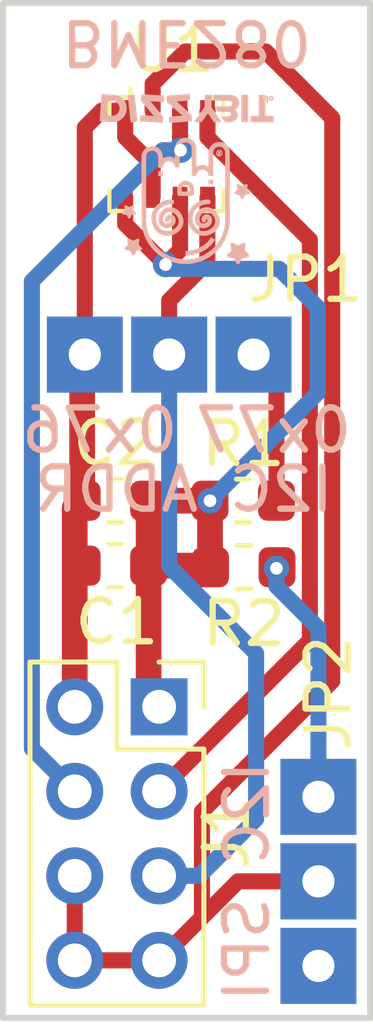
<source format=kicad_pcb>
(kicad_pcb (version 20171130) (host pcbnew "(5.0.2)-1")

  (general
    (thickness 1.6)
    (drawings 10)
    (tracks 78)
    (zones 0)
    (modules 9)
    (nets 9)
  )

  (page A4)
  (layers
    (0 F.Cu signal)
    (31 B.Cu signal)
    (32 B.Adhes user)
    (33 F.Adhes user)
    (34 B.Paste user)
    (35 F.Paste user)
    (36 B.SilkS user)
    (37 F.SilkS user)
    (38 B.Mask user)
    (39 F.Mask user)
    (40 Dwgs.User user hide)
    (41 Cmts.User user)
    (42 Eco1.User user)
    (43 Eco2.User user)
    (44 Edge.Cuts user)
    (45 Margin user)
    (46 B.CrtYd user)
    (47 F.CrtYd user)
    (48 B.Fab user hide)
    (49 F.Fab user hide)
  )

  (setup
    (last_trace_width 0.25)
    (user_trace_width 0.254)
    (user_trace_width 0.381)
    (user_trace_width 0.508)
    (user_trace_width 0.61)
    (user_trace_width 0.762)
    (user_trace_width 1.16)
    (user_trace_width 1.524)
    (user_trace_width 3.5)
    (trace_clearance 0.15)
    (zone_clearance 0.254)
    (zone_45_only no)
    (trace_min 0.2)
    (segment_width 0.2)
    (edge_width 0.15)
    (via_size 0.6)
    (via_drill 0.3)
    (via_min_size 0.4)
    (via_min_drill 0.3)
    (user_via 0.8 0.4)
    (user_via 1 0.5)
    (user_via 1.2 0.6)
    (uvia_size 0.3)
    (uvia_drill 0.1)
    (uvias_allowed no)
    (uvia_min_size 0.2)
    (uvia_min_drill 0.1)
    (pcb_text_width 0.3)
    (pcb_text_size 1.5 1.5)
    (mod_edge_width 0.15)
    (mod_text_size 1 1)
    (mod_text_width 0.15)
    (pad_size 3.3 3.3)
    (pad_drill 2.2)
    (pad_to_mask_clearance 0.051)
    (solder_mask_min_width 0.25)
    (aux_axis_origin 100.3046 97.917)
    (visible_elements 7FFFFFFF)
    (pcbplotparams
      (layerselection 0x3ffff_ffffffff)
      (usegerberextensions false)
      (usegerberattributes false)
      (usegerberadvancedattributes false)
      (creategerberjobfile false)
      (excludeedgelayer true)
      (linewidth 0.100000)
      (plotframeref false)
      (viasonmask false)
      (mode 1)
      (useauxorigin false)
      (hpglpennumber 1)
      (hpglpenspeed 20)
      (hpglpendiameter 15.000000)
      (psnegative false)
      (psa4output false)
      (plotreference true)
      (plotvalue true)
      (plotinvisibletext false)
      (padsonsilk false)
      (subtractmaskfromsilk false)
      (outputformat 1)
      (mirror false)
      (drillshape 0)
      (scaleselection 1)
      (outputdirectory "Gerber/"))
  )

  (net 0 "")
  (net 1 GND)
  (net 2 +3V3)
  (net 3 SCL)
  (net 4 SDO_ADDR)
  (net 5 CS)
  (net 6 SDA)
  (net 7 "Net-(JP1-Pad1)")
  (net 8 "Net-(JP2-Pad1)")

  (net_class Default "This is the default net class."
    (clearance 0.15)
    (trace_width 0.25)
    (via_dia 0.6)
    (via_drill 0.3)
    (uvia_dia 0.3)
    (uvia_drill 0.1)
    (add_net +3V3)
    (add_net CS)
    (add_net GND)
    (add_net "Net-(JP1-Pad1)")
    (add_net "Net-(JP2-Pad1)")
    (add_net SCL)
    (add_net SDA)
    (add_net SDO_ADDR)
  )

  (module Capacitor_SMD:C_0603_1608Metric (layer F.Cu) (tedit 5B301BBE) (tstamp 5CA7461B)
    (at 102.9643 87.2109 180)
    (descr "Capacitor SMD 0603 (1608 Metric), square (rectangular) end terminal, IPC_7351 nominal, (Body size source: http://www.tortai-tech.com/upload/download/2011102023233369053.pdf), generated with kicad-footprint-generator")
    (tags capacitor)
    (path /5CA75ECB)
    (attr smd)
    (fp_text reference C1 (at -0.0327 -1.3335) (layer F.SilkS)
      (effects (font (size 1 1) (thickness 0.15)))
    )
    (fp_text value C0.1uF (at 0 1.43 180) (layer F.Fab)
      (effects (font (size 1 1) (thickness 0.15)))
    )
    (fp_line (start -0.8 0.4) (end -0.8 -0.4) (layer F.Fab) (width 0.1))
    (fp_line (start -0.8 -0.4) (end 0.8 -0.4) (layer F.Fab) (width 0.1))
    (fp_line (start 0.8 -0.4) (end 0.8 0.4) (layer F.Fab) (width 0.1))
    (fp_line (start 0.8 0.4) (end -0.8 0.4) (layer F.Fab) (width 0.1))
    (fp_line (start -0.162779 -0.51) (end 0.162779 -0.51) (layer F.SilkS) (width 0.12))
    (fp_line (start -0.162779 0.51) (end 0.162779 0.51) (layer F.SilkS) (width 0.12))
    (fp_line (start -1.48 0.73) (end -1.48 -0.73) (layer F.CrtYd) (width 0.05))
    (fp_line (start -1.48 -0.73) (end 1.48 -0.73) (layer F.CrtYd) (width 0.05))
    (fp_line (start 1.48 -0.73) (end 1.48 0.73) (layer F.CrtYd) (width 0.05))
    (fp_line (start 1.48 0.73) (end -1.48 0.73) (layer F.CrtYd) (width 0.05))
    (fp_text user %R (at 0 0 180) (layer F.Fab)
      (effects (font (size 0.4 0.4) (thickness 0.06)))
    )
    (pad 1 smd roundrect (at -0.7875 0 180) (size 0.875 0.95) (layers F.Cu F.Paste F.Mask) (roundrect_rratio 0.25)
      (net 2 +3V3))
    (pad 2 smd roundrect (at 0.7875 0 180) (size 0.875 0.95) (layers F.Cu F.Paste F.Mask) (roundrect_rratio 0.25)
      (net 1 GND))
    (model ${KISYS3DMOD}/Capacitor_SMD.3dshapes/C_0603_1608Metric.wrl
      (at (xyz 0 0 0))
      (scale (xyz 1 1 1))
      (rotate (xyz 0 0 0))
    )
  )

  (module digikey-footprints:Pressure_Sensor_LGA-8_2.5x2.5mm_BME280 (layer F.Cu) (tedit 5B1844EC) (tstamp 5C9E11C5)
    (at 104.17175 77.47)
    (path /5C9DE094)
    (fp_text reference U1 (at 0.13335 -2.4638) (layer F.SilkS)
      (effects (font (size 1 1) (thickness 0.15)))
    )
    (fp_text value BME280 (at 0 2.47) (layer F.Fab)
      (effects (font (size 1 1) (thickness 0.15)))
    )
    (fp_line (start 1.5 1.5) (end -1.5 1.5) (layer F.CrtYd) (width 0.05))
    (fp_line (start -1.5 -1.5) (end -1.5 1.5) (layer F.CrtYd) (width 0.05))
    (fp_line (start 1.5 -1.5) (end -1.5 -1.5) (layer F.CrtYd) (width 0.05))
    (fp_line (start 1.5 -1.5) (end 1.5 1.5) (layer F.CrtYd) (width 0.05))
    (fp_line (start 1.35 1.35) (end 1.35 0.85) (layer F.SilkS) (width 0.1))
    (fp_line (start 1.35 1.35) (end 0.85 1.35) (layer F.SilkS) (width 0.1))
    (fp_line (start -1.35 1.35) (end -1.35 0.85) (layer F.SilkS) (width 0.1))
    (fp_line (start -1.35 1.35) (end -0.85 1.35) (layer F.SilkS) (width 0.1))
    (fp_line (start -0.85 -1.35) (end -0.85 -1.55) (layer F.SilkS) (width 0.1))
    (fp_line (start -1.35 -1.35) (end -1.35 -0.85) (layer F.SilkS) (width 0.1))
    (fp_line (start -1.35 -1.35) (end -0.85 -1.35) (layer F.SilkS) (width 0.1))
    (fp_line (start 1.35 -1.35) (end 1.35 -0.975) (layer F.SilkS) (width 0.1))
    (fp_line (start 1.35 -1.35) (end 0.975 -1.35) (layer F.SilkS) (width 0.1))
    (fp_text user %R (at 0 0) (layer F.Fab)
      (effects (font (size 0.5 0.5) (thickness 0.05)))
    )
    (fp_line (start 1.25 -1.25) (end 1.25 1.25) (layer F.Fab) (width 0.1))
    (fp_line (start 1.25 1.25) (end -1.25 1.25) (layer F.Fab) (width 0.1))
    (fp_line (start -1.25 1.25) (end -1.25 -1.25) (layer F.Fab) (width 0.1))
    (fp_line (start -1.25 -1.25) (end 1.25 -1.25) (layer F.Fab) (width 0.1))
    (pad 1 smd rect (at -0.975 -1.025) (size 0.35 0.5) (layers F.Cu F.Paste F.Mask)
      (net 1 GND))
    (pad 2 smd rect (at -0.325 -1.025) (size 0.35 0.5) (layers F.Cu F.Paste F.Mask)
      (net 5 CS))
    (pad 3 smd rect (at 0.325 -1.025) (size 0.35 0.5) (layers F.Cu F.Paste F.Mask)
      (net 6 SDA))
    (pad 4 smd rect (at 0.975 -1.025) (size 0.35 0.5) (layers F.Cu F.Paste F.Mask)
      (net 3 SCL))
    (pad 5 smd rect (at 0.975 1.024999) (size 0.35 0.5) (layers F.Cu F.Paste F.Mask)
      (net 4 SDO_ADDR))
    (pad 6 smd rect (at 0.325 1.024999) (size 0.35 0.5) (layers F.Cu F.Paste F.Mask)
      (net 2 +3V3))
    (pad 7 smd rect (at -0.325 1.024999) (size 0.35 0.5) (layers F.Cu F.Paste F.Mask)
      (net 1 GND))
    (pad 8 smd rect (at -0.975 1.024999) (size 0.35 0.5) (layers F.Cu F.Paste F.Mask)
      (net 2 +3V3))
  )

  (module undo:DizzyBIT_silk_6.4 (layer B.Cu) (tedit 0) (tstamp 5C9EB704)
    (at 104.6506 78.0669)
    (path /5C903A70)
    (fp_text reference U2 (at 0 0) (layer B.SilkS) hide
      (effects (font (size 1.524 1.524) (thickness 0.3)) (justify mirror))
    )
    (fp_text value DizzyBITLogo (at 0.75 0) (layer B.SilkS) hide
      (effects (font (size 1.524 1.524) (thickness 0.3)) (justify mirror))
    )
    (fp_poly (pts (xy -1.736998 -1.35694) (xy -1.713527 -1.357864) (xy -1.69273 -1.359718) (xy -1.674002 -1.362542)
      (xy -1.656737 -1.366377) (xy -1.640327 -1.371263) (xy -1.624167 -1.377241) (xy -1.607651 -1.384352)
      (xy -1.604856 -1.385634) (xy -1.570797 -1.404447) (xy -1.538215 -1.428349) (xy -1.508431 -1.456157)
      (xy -1.482764 -1.486686) (xy -1.46882 -1.507587) (xy -1.453835 -1.536946) (xy -1.441165 -1.570414)
      (xy -1.43135 -1.606006) (xy -1.424931 -1.641734) (xy -1.42245 -1.675612) (xy -1.422438 -1.677987)
      (xy -1.425172 -1.716794) (xy -1.433026 -1.756514) (xy -1.44548 -1.795443) (xy -1.462014 -1.831877)
      (xy -1.477198 -1.857161) (xy -1.493867 -1.87828) (xy -1.515038 -1.899854) (xy -1.539126 -1.920526)
      (xy -1.564545 -1.938939) (xy -1.589711 -1.953738) (xy -1.590563 -1.954171) (xy -1.605334 -1.961403)
      (xy -1.619348 -1.967627) (xy -1.633289 -1.972969) (xy -1.647835 -1.977553) (xy -1.66367 -1.981503)
      (xy -1.681475 -1.984945) (xy -1.701931 -1.988003) (xy -1.725719 -1.990802) (xy -1.753521 -1.993467)
      (xy -1.786018 -1.996123) (xy -1.823892 -1.998894) (xy -1.8415 -2.000118) (xy -1.871073 -2.002161)
      (xy -1.899166 -2.004123) (xy -1.925041 -2.00595) (xy -1.94796 -2.007589) (xy -1.967186 -2.008988)
      (xy -1.98198 -2.010092) (xy -1.991604 -2.01085) (xy -1.994525 -2.01111) (xy -2.009437 -2.01261)
      (xy -2.011177 -1.999286) (xy -2.011741 -1.993466) (xy -2.012666 -1.982059) (xy -2.013915 -1.965588)
      (xy -2.015455 -1.944577) (xy -2.017249 -1.919547) (xy -2.019263 -1.891023) (xy -2.021462 -1.859525)
      (xy -2.02381 -1.825578) (xy -2.026272 -1.789704) (xy -2.028813 -1.752425) (xy -2.031399 -1.714265)
      (xy -2.033993 -1.675746) (xy -2.036561 -1.637392) (xy -2.039068 -1.599724) (xy -2.041478 -1.563266)
      (xy -2.043757 -1.52854) (xy -2.044773 -1.512915) (xy -1.888534 -1.512915) (xy -1.888201 -1.521882)
      (xy -1.887514 -1.535791) (xy -1.886518 -1.553945) (xy -1.885257 -1.575646) (xy -1.883775 -1.6002)
      (xy -1.882117 -1.626909) (xy -1.880327 -1.655076) (xy -1.878449 -1.684006) (xy -1.876527 -1.713001)
      (xy -1.874606 -1.741365) (xy -1.87273 -1.768401) (xy -1.870943 -1.793412) (xy -1.86929 -1.815703)
      (xy -1.867814 -1.834577) (xy -1.86781 -1.834629) (xy -1.865923 -1.857921) (xy -1.84498 -1.856092)
      (xy -1.834179 -1.85521) (xy -1.818823 -1.854039) (xy -1.800691 -1.85271) (xy -1.781565 -1.851355)
      (xy -1.774825 -1.85089) (xy -1.748017 -1.848725) (xy -1.726304 -1.84613) (xy -1.708434 -1.842835)
      (xy -1.693154 -1.838568) (xy -1.679212 -1.833057) (xy -1.668907 -1.82796) (xy -1.643201 -1.810852)
      (xy -1.621821 -1.789462) (xy -1.605005 -1.764368) (xy -1.592992 -1.736144) (xy -1.586018 -1.705369)
      (xy -1.584322 -1.672618) (xy -1.588142 -1.638468) (xy -1.589002 -1.634214) (xy -1.598523 -1.603673)
      (xy -1.613226 -1.575878) (xy -1.63248 -1.551448) (xy -1.655654 -1.530999) (xy -1.682113 -1.515151)
      (xy -1.711228 -1.504522) (xy -1.724455 -1.501702) (xy -1.733568 -1.500466) (xy -1.743731 -1.499783)
      (xy -1.755991 -1.499665) (xy -1.771395 -1.500128) (xy -1.790989 -1.501183) (xy -1.81582 -1.502846)
      (xy -1.81678 -1.502914) (xy -1.837198 -1.504435) (xy -1.855423 -1.505922) (xy -1.870524 -1.507289)
      (xy -1.881567 -1.508449) (xy -1.887622 -1.509316) (xy -1.88847 -1.509586) (xy -1.888534 -1.512915)
      (xy -2.044773 -1.512915) (xy -2.045869 -1.496069) (xy -2.047779 -1.466376) (xy -2.049452 -1.439984)
      (xy -2.050853 -1.417416) (xy -2.051947 -1.399193) (xy -2.052699 -1.38584) (xy -2.053073 -1.377878)
      (xy -2.053076 -1.375742) (xy -2.049743 -1.375258) (xy -2.04073 -1.37439) (xy -2.026692 -1.37319)
      (xy -2.008284 -1.37171) (xy -1.986161 -1.370001) (xy -1.960977 -1.368117) (xy -1.933389 -1.366108)
      (xy -1.915699 -1.364846) (xy -1.869759 -1.36173) (xy -1.829524 -1.359341) (xy -1.794391 -1.357719)
      (xy -1.76375 -1.356905) (xy -1.736998 -1.35694)) (layer B.SilkS) (width 0.01))
    (fp_poly (pts (xy -0.396157 -1.333638) (xy -0.386348 -1.334352) (xy -0.371436 -1.335499) (xy -0.35199 -1.337031)
      (xy -0.32858 -1.338901) (xy -0.301777 -1.341063) (xy -0.27215 -1.343469) (xy -0.24027 -1.346071)
      (xy -0.206707 -1.348823) (xy -0.172031 -1.351677) (xy -0.136812 -1.354586) (xy -0.10162 -1.357504)
      (xy -0.067026 -1.360382) (xy -0.033599 -1.363174) (xy -0.00191 -1.365832) (xy 0.027471 -1.368309)
      (xy 0.053975 -1.370559) (xy 0.07703 -1.372533) (xy 0.096066 -1.374185) (xy 0.110515 -1.375468)
      (xy 0.119805 -1.376334) (xy 0.123366 -1.376736) (xy 0.123384 -1.376743) (xy 0.123471 -1.380012)
      (xy 0.123081 -1.388696) (xy 0.12227 -1.401879) (xy 0.121097 -1.41865) (xy 0.119621 -1.438094)
      (xy 0.118843 -1.447858) (xy 0.113154 -1.518119) (xy 0.093883 -1.536494) (xy 0.085654 -1.544226)
      (xy 0.073386 -1.5556) (xy 0.057633 -1.57011) (xy 0.03895 -1.587252) (xy 0.017892 -1.60652)
      (xy -0.004984 -1.627411) (xy -0.029125 -1.64942) (xy -0.053976 -1.672041) (xy -0.07898 -1.694771)
      (xy -0.103583 -1.717104) (xy -0.127231 -1.738536) (xy -0.149367 -1.758562) (xy -0.169437 -1.776678)
      (xy -0.186885 -1.792378) (xy -0.201157 -1.805159) (xy -0.211698 -1.814514) (xy -0.216628 -1.818815)
      (xy -0.244891 -1.843087) (xy -0.215314 -1.84526) (xy -0.183599 -1.847627) (xy -0.151099 -1.85012)
      (xy -0.118442 -1.852685) (xy -0.086253 -1.85527) (xy -0.05516 -1.85782) (xy -0.025786 -1.860282)
      (xy 0.00124 -1.862603) (xy 0.025294 -1.86473) (xy 0.045748 -1.86661) (xy 0.061978 -1.868188)
      (xy 0.073356 -1.869412) (xy 0.079258 -1.870229) (xy 0.079925 -1.870414) (xy 0.08104 -1.873483)
      (xy 0.081433 -1.881151) (xy 0.081091 -1.893846) (xy 0.080004 -1.911997) (xy 0.078194 -1.935601)
      (xy 0.076601 -1.955381) (xy 0.075207 -1.973356) (xy 0.074093 -1.988429) (xy 0.07334 -1.999503)
      (xy 0.073028 -2.005479) (xy 0.073024 -2.005806) (xy 0.072002 -2.010745) (xy 0.067708 -2.012526)
      (xy 0.062706 -2.012577) (xy 0.057996 -2.012258) (xy 0.047452 -2.011445) (xy 0.031569 -2.010179)
      (xy 0.01084 -2.0085) (xy -0.01424 -2.006448) (xy -0.043178 -2.004066) (xy -0.075479 -2.001392)
      (xy -0.110649 -1.998468) (xy -0.148195 -1.995335) (xy -0.187623 -1.992032) (xy -0.205972 -1.990492)
      (xy -0.24583 -1.987127) (xy -0.283841 -1.983892) (xy -0.319532 -1.980826) (xy -0.352432 -1.977972)
      (xy -0.382067 -1.975372) (xy -0.407967 -1.973067) (xy -0.429659 -1.9711) (xy -0.446671 -1.969512)
      (xy -0.458532 -1.968345) (xy -0.46477 -1.967641) (xy -0.465631 -1.967477) (xy -0.46575 -1.964077)
      (xy -0.465364 -1.955267) (xy -0.464533 -1.941965) (xy -0.463318 -1.925086) (xy -0.461777 -1.905547)
      (xy -0.460919 -1.895258) (xy -0.454907 -1.824339) (xy -0.445379 -1.816251) (xy -0.441383 -1.81276)
      (xy -0.433076 -1.805425) (xy -0.420886 -1.794626) (xy -0.405244 -1.780745) (xy -0.386577 -1.764162)
      (xy -0.365314 -1.745258) (xy -0.341884 -1.724414) (xy -0.316717 -1.702012) (xy -0.29024 -1.678432)
      (xy -0.28315 -1.672116) (xy -0.255971 -1.647952) (xy -0.229633 -1.624631) (xy -0.204611 -1.602567)
      (xy -0.18138 -1.582177) (xy -0.160415 -1.563873) (xy -0.142192 -1.548072) (xy -0.127187 -1.535188)
      (xy -0.115874 -1.525636) (xy -0.108728 -1.51983) (xy -0.107913 -1.519209) (xy -0.085377 -1.502349)
      (xy -0.10857 -1.500642) (xy -0.135129 -1.498658) (xy -0.163618 -1.496476) (xy -0.193372 -1.494151)
      (xy -0.223729 -1.491738) (xy -0.254023 -1.489294) (xy -0.28359 -1.486873) (xy -0.311765 -1.484531)
      (xy -0.337885 -1.482324) (xy -0.361285 -1.480306) (xy -0.3813 -1.478533) (xy -0.397267 -1.477061)
      (xy -0.408521 -1.475945) (xy -0.414398 -1.47524) (xy -0.415107 -1.475076) (xy -0.415305 -1.471606)
      (xy -0.415011 -1.462736) (xy -0.414278 -1.449392) (xy -0.413161 -1.4325) (xy -0.411714 -1.412988)
      (xy -0.410963 -1.403525) (xy -0.409024 -1.38032) (xy -0.407386 -1.362724) (xy -0.405937 -1.35001)
      (xy -0.404568 -1.341451) (xy -0.403166 -1.336321) (xy -0.401622 -1.333891) (xy -0.400291 -1.333403)
      (xy -0.396157 -1.333638)) (layer B.SilkS) (width 0.01))
    (fp_poly (pts (xy -0.570929 -1.339545) (xy -0.570756 -1.339591) (xy -0.569896 -1.343233) (xy -0.568792 -1.352274)
      (xy -0.567528 -1.365774) (xy -0.566189 -1.38279) (xy -0.564858 -1.402381) (xy -0.564311 -1.411345)
      (xy -0.560198 -1.481033) (xy -0.687072 -1.635072) (xy -0.71024 -1.663175) (xy -0.732919 -1.690639)
      (xy -0.754667 -1.716931) (xy -0.77504 -1.741516) (xy -0.793597 -1.763862) (xy -0.809893 -1.783435)
      (xy -0.823486 -1.799702) (xy -0.833933 -1.812129) (xy -0.840784 -1.820175) (xy -0.850705 -1.831837)
      (xy -0.858777 -1.841672) (xy -0.864263 -1.848753) (xy -0.866424 -1.852155) (xy -0.866405 -1.852305)
      (xy -0.862876 -1.852488) (xy -0.854833 -1.851928) (xy -0.84455 -1.850809) (xy -0.836391 -1.849995)
      (xy -0.823283 -1.848932) (xy -0.805979 -1.847665) (xy -0.78523 -1.846239) (xy -0.761787 -1.844697)
      (xy -0.736401 -1.843085) (xy -0.709824 -1.841446) (xy -0.682807 -1.839826) (xy -0.656101 -1.838268)
      (xy -0.630458 -1.836817) (xy -0.60663 -1.835518) (xy -0.585367 -1.834414) (xy -0.56742 -1.833551)
      (xy -0.553542 -1.832973) (xy -0.544483 -1.832723) (xy -0.540995 -1.832848) (xy -0.540988 -1.832854)
      (xy -0.540371 -1.836299) (xy -0.539502 -1.844959) (xy -0.538451 -1.857721) (xy -0.537288 -1.873471)
      (xy -0.536083 -1.891096) (xy -0.534907 -1.909481) (xy -0.53383 -1.927515) (xy -0.532922 -1.944083)
      (xy -0.532255 -1.958071) (xy -0.531897 -1.968367) (xy -0.53192 -1.973857) (xy -0.53204 -1.974447)
      (xy -0.53525 -1.974775) (xy -0.544231 -1.97544) (xy -0.558416 -1.976408) (xy -0.577236 -1.977644)
      (xy -0.600124 -1.979114) (xy -0.626512 -1.980783) (xy -0.655831 -1.982617) (xy -0.687514 -1.984582)
      (xy -0.720994 -1.986643) (xy -0.755701 -1.988766) (xy -0.791069 -1.990916) (xy -0.826528 -1.993059)
      (xy -0.861513 -1.99516) (xy -0.895454 -1.997186) (xy -0.927783 -1.999101) (xy -0.957934 -2.000871)
      (xy -0.985337 -2.002461) (xy -1.009425 -2.003838) (xy -1.029631 -2.004967) (xy -1.045385 -2.005813)
      (xy -1.056121 -2.006343) (xy -1.06105 -2.00652) (xy -1.066523 -2.005884) (xy -1.069397 -2.002691)
      (xy -1.070983 -1.995218) (xy -1.071256 -1.993106) (xy -1.071977 -1.985552) (xy -1.072941 -1.972983)
      (xy -1.074056 -1.956726) (xy -1.07523 -1.938105) (xy -1.07619 -1.921689) (xy -1.079455 -1.863766)
      (xy -0.940704 -1.699439) (xy -0.916595 -1.670942) (xy -0.893183 -1.643373) (xy -0.870868 -1.617199)
      (xy -0.850054 -1.592887) (xy -0.831144 -1.570906) (xy -0.814541 -1.551724) (xy -0.800647 -1.535807)
      (xy -0.789865 -1.523624) (xy -0.782598 -1.515642) (xy -0.780717 -1.513681) (xy -0.772073 -1.504986)
      (xy -0.766442 -1.498826) (xy -0.764346 -1.494874) (xy -0.766303 -1.492804) (xy -0.772836 -1.492289)
      (xy -0.784463 -1.493004) (xy -0.801705 -1.494623) (xy -0.809868 -1.49541) (xy -0.821583 -1.496408)
      (xy -0.838147 -1.497646) (xy -0.858632 -1.49907) (xy -0.882108 -1.500625) (xy -0.907649 -1.502254)
      (xy -0.934324 -1.503902) (xy -0.961206 -1.505514) (xy -0.987367 -1.507033) (xy -1.011877 -1.508404)
      (xy -1.03381 -1.509572) (xy -1.052236 -1.510481) (xy -1.066227 -1.511075) (xy -1.074854 -1.511299)
      (xy -1.075113 -1.5113) (xy -1.091186 -1.5113) (xy -1.095174 -1.441226) (xy -1.096277 -1.420825)
      (xy -1.09715 -1.402648) (xy -1.097758 -1.387619) (xy -1.098064 -1.376661) (xy -1.098034 -1.370699)
      (xy -1.097901 -1.369891) (xy -1.094509 -1.36941) (xy -1.085351 -1.368625) (xy -1.070997 -1.367568)
      (xy -1.05202 -1.366272) (xy -1.028989 -1.36477) (xy -1.002477 -1.363095) (xy -0.973054 -1.36128)
      (xy -0.941293 -1.359358) (xy -0.907763 -1.35736) (xy -0.873037 -1.355321) (xy -0.837686 -1.353273)
      (xy -0.80228 -1.351249) (xy -0.767392 -1.349282) (xy -0.733592 -1.347404) (xy -0.701452 -1.345648)
      (xy -0.671543 -1.344048) (xy -0.644436 -1.342636) (xy -0.620702 -1.341445) (xy -0.600914 -1.340507)
      (xy -0.585641 -1.339856) (xy -0.575456 -1.339525) (xy -0.570929 -1.339545)) (layer B.SilkS) (width 0.01))
    (fp_poly (pts (xy -1.309088 -1.349145) (xy -1.29628 -1.350066) (xy -1.280366 -1.351365) (xy -1.262413 -1.35294)
      (xy -1.243492 -1.35469) (xy -1.224672 -1.356515) (xy -1.20702 -1.358315) (xy -1.191606 -1.359988)
      (xy -1.179499 -1.361433) (xy -1.171768 -1.36255) (xy -1.169457 -1.363135) (xy -1.169666 -1.366318)
      (xy -1.170482 -1.375296) (xy -1.171851 -1.389551) (xy -1.173719 -1.408561) (xy -1.176034 -1.431807)
      (xy -1.178741 -1.458769) (xy -1.181787 -1.488926) (xy -1.185118 -1.52176) (xy -1.188682 -1.556749)
      (xy -1.192424 -1.593375) (xy -1.196292 -1.631116) (xy -1.200231 -1.669454) (xy -1.204188 -1.707867)
      (xy -1.20811 -1.745837) (xy -1.211943 -1.782843) (xy -1.215634 -1.818365) (xy -1.219128 -1.851884)
      (xy -1.222374 -1.882879) (xy -1.225316 -1.91083) (xy -1.227903 -1.935217) (xy -1.230079 -1.955521)
      (xy -1.231792 -1.971222) (xy -1.232988 -1.981799) (xy -1.233614 -1.986733) (xy -1.233618 -1.986756)
      (xy -1.234243 -1.990351) (xy -1.235232 -1.993098) (xy -1.2373 -1.995021) (xy -1.241162 -1.996141)
      (xy -1.247532 -1.996481) (xy -1.257125 -1.996063) (xy -1.270656 -1.994909) (xy -1.288839 -1.993042)
      (xy -1.312388 -1.990485) (xy -1.321386 -1.989501) (xy -1.340633 -1.987315) (xy -1.357672 -1.985223)
      (xy -1.371514 -1.983358) (xy -1.381169 -1.981855) (xy -1.385646 -1.980848) (xy -1.385811 -1.980748)
      (xy -1.385761 -1.977399) (xy -1.385093 -1.968255) (xy -1.383859 -1.953832) (xy -1.382113 -1.93465)
      (xy -1.379908 -1.911225) (xy -1.377295 -1.884077) (xy -1.37433 -1.853724) (xy -1.371064 -1.820683)
      (xy -1.367552 -1.785473) (xy -1.363844 -1.748613) (xy -1.359996 -1.710619) (xy -1.35606 -1.67201)
      (xy -1.352089 -1.633305) (xy -1.348136 -1.595022) (xy -1.344253 -1.557678) (xy -1.340496 -1.521792)
      (xy -1.336915 -1.487883) (xy -1.333564 -1.456467) (xy -1.330497 -1.428064) (xy -1.327766 -1.403192)
      (xy -1.325425 -1.382368) (xy -1.323526 -1.36611) (xy -1.322123 -1.354938) (xy -1.321268 -1.349369)
      (xy -1.321107 -1.348837) (xy -1.317719 -1.348702) (xy -1.309088 -1.349145)) (layer B.SilkS) (width 0.01))
    (fp_poly (pts (xy 0.760432 -1.349423) (xy 0.780582 -1.349559) (xy 0.797672 -1.349769) (xy 0.810876 -1.350041)
      (xy 0.819368 -1.350362) (xy 0.822325 -1.350713) (xy 0.820613 -1.353515) (xy 0.815672 -1.361168)
      (xy 0.807788 -1.373233) (xy 0.797249 -1.389276) (xy 0.784343 -1.408859) (xy 0.769359 -1.431546)
      (xy 0.752583 -1.4569) (xy 0.734303 -1.484486) (xy 0.714808 -1.513865) (xy 0.704553 -1.529306)
      (xy 0.586781 -1.706562) (xy 0.588816 -1.848643) (xy 0.590852 -1.990725) (xy 0.553099 -1.990725)
      (xy 0.53315 -1.990926) (xy 0.510336 -1.991469) (xy 0.488128 -1.992259) (xy 0.476748 -1.9928)
      (xy 0.461916 -1.993498) (xy 0.449676 -1.993884) (xy 0.441255 -1.993933) (xy 0.437881 -1.99362)
      (xy 0.437867 -1.993594) (xy 0.437754 -1.990254) (xy 0.437543 -1.981209) (xy 0.437247 -1.967105)
      (xy 0.436879 -1.948587) (xy 0.436451 -1.926298) (xy 0.435975 -1.900884) (xy 0.435466 -1.87299)
      (xy 0.435072 -1.851016) (xy 0.432558 -1.709719) (xy 0.184494 -1.360487) (xy 0.202578 -1.358083)
      (xy 0.211255 -1.357394) (xy 0.22501 -1.356862) (xy 0.242569 -1.356511) (xy 0.26266 -1.356364)
      (xy 0.284013 -1.356445) (xy 0.288771 -1.356496) (xy 0.35688 -1.357312) (xy 0.430363 -1.461924)
      (xy 0.44644 -1.484735) (xy 0.461443 -1.505874) (xy 0.474969 -1.524787) (xy 0.486617 -1.540916)
      (xy 0.495982 -1.553705) (xy 0.502664 -1.562598) (xy 0.506258 -1.567038) (xy 0.506717 -1.567439)
      (xy 0.509022 -1.56507) (xy 0.514413 -1.557929) (xy 0.522512 -1.546566) (xy 0.532941 -1.53153)
      (xy 0.545318 -1.513369) (xy 0.559267 -1.492633) (xy 0.574407 -1.469872) (xy 0.581676 -1.458858)
      (xy 0.653765 -1.349375) (xy 0.738045 -1.349375) (xy 0.760432 -1.349423)) (layer B.SilkS) (width 0.01))
    (fp_poly (pts (xy 1.005391 -1.352922) (xy 1.031326 -1.35391) (xy 1.051266 -1.355567) (xy 1.061165 -1.357046)
      (xy 1.095445 -1.366356) (xy 1.126047 -1.380266) (xy 1.152606 -1.398407) (xy 1.17476 -1.420411)
      (xy 1.192145 -1.445909) (xy 1.204396 -1.474534) (xy 1.211149 -1.505916) (xy 1.211515 -1.50926)
      (xy 1.21116 -1.536088) (xy 1.205228 -1.562948) (xy 1.194328 -1.588558) (xy 1.179066 -1.611635)
      (xy 1.160047 -1.630897) (xy 1.150721 -1.637783) (xy 1.136178 -1.647416) (xy 1.154522 -1.656093)
      (xy 1.169013 -1.664767) (xy 1.184777 -1.677293) (xy 1.193651 -1.685667) (xy 1.215432 -1.711603)
      (xy 1.231178 -1.739476) (xy 1.240844 -1.769122) (xy 1.244386 -1.800381) (xy 1.24176 -1.833089)
      (xy 1.238327 -1.849132) (xy 1.226993 -1.881565) (xy 1.210655 -1.910136) (xy 1.189498 -1.934647)
      (xy 1.163705 -1.954898) (xy 1.13346 -1.970691) (xy 1.12184 -1.975134) (xy 1.113017 -1.97815)
      (xy 1.104686 -1.980749) (xy 1.096318 -1.982964) (xy 1.087384 -1.984825) (xy 1.077355 -1.986362)
      (xy 1.065701 -1.987607) (xy 1.051894 -1.98859) (xy 1.035404 -1.989342) (xy 1.015702 -1.989893)
      (xy 0.992259 -1.990276) (xy 0.964546 -1.990519) (xy 0.932034 -1.990654) (xy 0.894194 -1.990713)
      (xy 0.853729 -1.990725) (xy 0.650743 -1.990725) (xy 0.651603 -1.926431) (xy 0.652462 -1.862137)
      (xy 0.842962 -1.86055) (xy 1.033462 -1.858962) (xy 1.047609 -1.851025) (xy 1.058214 -1.843343)
      (xy 1.068279 -1.833338) (xy 1.071421 -1.82932) (xy 1.076406 -1.821602) (xy 1.07931 -1.814668)
      (xy 1.080684 -1.806319) (xy 1.081077 -1.794354) (xy 1.081087 -1.7907) (xy 1.080845 -1.77753)
      (xy 1.079755 -1.768509) (xy 1.077271 -1.761446) (xy 1.072847 -1.754146) (xy 1.071508 -1.752217)
      (xy 1.059564 -1.739519) (xy 1.044951 -1.729718) (xy 1.027974 -1.72085) (xy 0.847362 -1.72085)
      (xy 0.814155 -1.720824) (xy 0.782923 -1.720752) (xy 0.754228 -1.720638) (xy 0.728636 -1.720485)
      (xy 0.706709 -1.720299) (xy 0.689012 -1.720084) (xy 0.676107 -1.719845) (xy 0.668558 -1.719587)
      (xy 0.66675 -1.719379) (xy 0.66841 -1.716411) (xy 0.67306 -1.708915) (xy 0.680202 -1.697671)
      (xy 0.68934 -1.683459) (xy 0.699976 -1.667059) (xy 0.705196 -1.659054) (xy 0.743643 -1.6002)
      (xy 0.875852 -1.60013) (xy 0.91035 -1.600095) (xy 0.939102 -1.599978) (xy 0.962711 -1.599699)
      (xy 0.981783 -1.599179) (xy 0.996921 -1.598339) (xy 1.008728 -1.597099) (xy 1.01781 -1.59538)
      (xy 1.024769 -1.593103) (xy 1.030211 -1.590188) (xy 1.034738 -1.586557) (xy 1.038955 -1.582129)
      (xy 1.04224 -1.578283) (xy 1.052217 -1.562099) (xy 1.056313 -1.545072) (xy 1.054724 -1.5282)
      (xy 1.047647 -1.512486) (xy 1.035277 -1.498929) (xy 1.025402 -1.49225) (xy 1.021252 -1.490001)
      (xy 1.017214 -1.48821) (xy 1.012523 -1.48681) (xy 1.006412 -1.485736) (xy 0.998117 -1.484921)
      (xy 0.986871 -1.4843) (xy 0.971908 -1.483806) (xy 0.952465 -1.483373) (xy 0.927774 -1.482935)
      (xy 0.915067 -1.482725) (xy 0.818896 -1.481137) (xy 0.864267 -1.416907) (xy 0.909637 -1.352677)
      (xy 0.973651 -1.352613) (xy 1.005391 -1.352922)) (layer B.SilkS) (width 0.01))
    (fp_poly (pts (xy 1.457325 -1.990725) (xy 1.30175 -1.990725) (xy 1.30175 -1.35255) (xy 1.457325 -1.35255)
      (xy 1.457325 -1.990725)) (layer B.SilkS) (width 0.01))
    (fp_poly (pts (xy 2.060575 -1.4986) (xy 1.8669 -1.4986) (xy 1.8669 -1.990725) (xy 1.7145 -1.990725)
      (xy 1.7145 -1.945723) (xy 1.8034 -1.945723) (xy 1.806032 -1.955708) (xy 1.812747 -1.962459)
      (xy 1.82177 -1.965189) (xy 1.831326 -1.963109) (xy 1.835693 -1.96007) (xy 1.840611 -1.951785)
      (xy 1.84076 -1.941848) (xy 1.836245 -1.933031) (xy 1.82809 -1.928002) (xy 1.818843 -1.927826)
      (xy 1.810417 -1.931762) (xy 1.804728 -1.939071) (xy 1.8034 -1.945723) (xy 1.7145 -1.945723)
      (xy 1.7145 -1.498693) (xy 1.618456 -1.497852) (xy 1.522412 -1.497012) (xy 1.522412 -1.354137)
      (xy 1.791493 -1.353325) (xy 2.060575 -1.352514) (xy 2.060575 -1.4986)) (layer B.SilkS) (width 0.01))
    (fp_poly (pts (xy 1.908968 -1.861177) (xy 1.925637 -1.862137) (xy 1.925637 -1.966912) (xy 1.908968 -1.967872)
      (xy 1.8923 -1.968831) (xy 1.8923 -1.860218) (xy 1.908968 -1.861177)) (layer B.SilkS) (width 0.01))
    (fp_poly (pts (xy 2.009846 -1.858043) (xy 2.028144 -1.860757) (xy 2.041847 -1.867148) (xy 2.051879 -1.877751)
      (xy 2.055764 -1.88471) (xy 2.059559 -1.898073) (xy 2.060327 -1.913868) (xy 2.058237 -1.929555)
      (xy 2.053453 -1.942593) (xy 2.051797 -1.945224) (xy 2.040157 -1.956461) (xy 2.024901 -1.963928)
      (xy 2.007877 -1.967095) (xy 1.990929 -1.965433) (xy 1.986398 -1.964011) (xy 1.970725 -1.955142)
      (xy 1.959187 -1.942369) (xy 1.95216 -1.92691) (xy 1.950024 -1.90998) (xy 1.95008 -1.909668)
      (xy 1.985633 -1.909668) (xy 1.985885 -1.920417) (xy 1.986091 -1.921463) (xy 1.990574 -1.932338)
      (xy 1.997722 -1.939803) (xy 2.00617 -1.942949) (xy 2.014555 -1.940865) (xy 2.014855 -1.94067)
      (xy 2.021105 -1.932985) (xy 2.024818 -1.920681) (xy 2.02565 -1.909826) (xy 2.024614 -1.898669)
      (xy 2.020849 -1.890779) (xy 2.017856 -1.887393) (xy 2.010583 -1.881312) (xy 2.004408 -1.87998)
      (xy 1.996974 -1.882828) (xy 1.991833 -1.888546) (xy 1.987834 -1.898268) (xy 1.985633 -1.909668)
      (xy 1.95008 -1.909668) (xy 1.953157 -1.892796) (xy 1.960035 -1.879202) (xy 1.970925 -1.867402)
      (xy 1.984616 -1.860439) (xy 2.002036 -1.857918) (xy 2.009846 -1.858043)) (layer B.SilkS) (width 0.01))
    (fp_poly (pts (xy 1.919041 -1.818548) (xy 1.925274 -1.82503) (xy 1.926506 -1.834249) (xy 1.923938 -1.841708)
      (xy 1.918471 -1.846089) (xy 1.909949 -1.847906) (xy 1.901227 -1.84692) (xy 1.89611 -1.84404)
      (xy 1.893176 -1.838102) (xy 1.8923 -1.831975) (xy 1.89456 -1.822326) (xy 1.901358 -1.817117)
      (xy 1.908583 -1.8161) (xy 1.919041 -1.818548)) (layer B.SilkS) (width 0.01))
    (fp_poly (pts (xy 0.024906 2.000335) (xy 0.066513 1.998083) (xy 0.106463 1.994078) (xy 0.14703 1.9881)
      (xy 0.18415 1.981213) (xy 0.262318 1.962393) (xy 0.338024 1.937867) (xy 0.411033 1.907874)
      (xy 0.481108 1.872657) (xy 0.548013 1.832454) (xy 0.611513 1.787507) (xy 0.671371 1.738056)
      (xy 0.727352 1.684343) (xy 0.779219 1.626606) (xy 0.826737 1.565088) (xy 0.86967 1.500028)
      (xy 0.907781 1.431668) (xy 0.940834 1.360247) (xy 0.968595 1.286006) (xy 0.990826 1.209186)
      (xy 1.004737 1.144588) (xy 1.006351 1.135837) (xy 1.007852 1.12771) (xy 1.009246 1.119967)
      (xy 1.010535 1.112365) (xy 1.011725 1.104664) (xy 1.012819 1.096622) (xy 1.013821 1.087999)
      (xy 1.014735 1.078552) (xy 1.015566 1.068041) (xy 1.016316 1.056224) (xy 1.016991 1.04286)
      (xy 1.017594 1.027707) (xy 1.01813 1.010526) (xy 1.018601 0.991073) (xy 1.019013 0.969109)
      (xy 1.01937 0.944391) (xy 1.019674 0.916678) (xy 1.019931 0.88573) (xy 1.020145 0.851305)
      (xy 1.020318 0.813161) (xy 1.020457 0.771058) (xy 1.020563 0.724754) (xy 1.020642 0.674008)
      (xy 1.020698 0.618578) (xy 1.020734 0.558224) (xy 1.020754 0.492704) (xy 1.020763 0.421777)
      (xy 1.020765 0.345201) (xy 1.020763 0.262736) (xy 1.020762 0.182563) (xy 1.020769 0.094569)
      (xy 1.020784 0.012695) (xy 1.020803 -0.06329) (xy 1.020817 -0.133617) (xy 1.020822 -0.198516)
      (xy 1.020811 -0.258217) (xy 1.020777 -0.312951) (xy 1.020714 -0.362949) (xy 1.020615 -0.40844)
      (xy 1.020476 -0.449656) (xy 1.020288 -0.486826) (xy 1.020046 -0.520182) (xy 1.019744 -0.549954)
      (xy 1.019374 -0.576372) (xy 1.018932 -0.599667) (xy 1.01841 -0.620069) (xy 1.017802 -0.637809)
      (xy 1.017102 -0.653117) (xy 1.016303 -0.666224) (xy 1.0154 -0.67736) (xy 1.014386 -0.686755)
      (xy 1.013254 -0.694641) (xy 1.011998 -0.701247) (xy 1.010612 -0.706805) (xy 1.00909 -0.711544)
      (xy 1.007425 -0.715695) (xy 1.005611 -0.719489) (xy 1.003642 -0.723156) (xy 1.001511 -0.726927)
      (xy 0.999211 -0.731031) (xy 0.996738 -0.7357) (xy 0.995498 -0.738187) (xy 0.975459 -0.772217)
      (xy 0.950697 -0.802217) (xy 0.921688 -0.827799) (xy 0.88891 -0.848575) (xy 0.852842 -0.864155)
      (xy 0.833336 -0.869975) (xy 0.807983 -0.874509) (xy 0.779428 -0.876398) (xy 0.750242 -0.875644)
      (xy 0.722996 -0.872246) (xy 0.712501 -0.869968) (xy 0.675451 -0.857444) (xy 0.641311 -0.839498)
      (xy 0.610521 -0.816556) (xy 0.583518 -0.789045) (xy 0.560742 -0.757391) (xy 0.542629 -0.722022)
      (xy 0.532947 -0.695238) (xy 0.531457 -0.690213) (xy 0.530185 -0.685342) (xy 0.529109 -0.680095)
      (xy 0.528209 -0.673942) (xy 0.527466 -0.666354) (xy 0.526859 -0.656802) (xy 0.526368 -0.644755)
      (xy 0.525971 -0.629685) (xy 0.52565 -0.611062) (xy 0.525384 -0.588355) (xy 0.525152 -0.561036)
      (xy 0.524934 -0.528576) (xy 0.524711 -0.490443) (xy 0.524644 -0.478631) (xy 0.524433 -0.444285)
      (xy 0.524201 -0.411895) (xy 0.523953 -0.382008) (xy 0.523697 -0.355167) (xy 0.523437 -0.331919)
      (xy 0.523181 -0.312809) (xy 0.522933 -0.298382) (xy 0.522702 -0.289184) (xy 0.522491 -0.285759)
      (xy 0.52248 -0.28575) (xy 0.519435 -0.28724) (xy 0.512309 -0.291198) (xy 0.502484 -0.29685)
      (xy 0.49962 -0.298525) (xy 0.468656 -0.313491) (xy 0.434798 -0.324203) (xy 0.399785 -0.330294)
      (xy 0.365353 -0.331397) (xy 0.349988 -0.330104) (xy 0.319135 -0.324469) (xy 0.289386 -0.315699)
      (xy 0.262462 -0.3044) (xy 0.240809 -0.291692) (xy 0.234513 -0.287593) (xy 0.230735 -0.285757)
      (xy 0.230639 -0.28575) (xy 0.230346 -0.288843) (xy 0.230041 -0.297798) (xy 0.229729 -0.312127)
      (xy 0.229416 -0.33134) (xy 0.229107 -0.354949) (xy 0.228809 -0.382467) (xy 0.228527 -0.413404)
      (xy 0.228266 -0.447273) (xy 0.228034 -0.483584) (xy 0.227834 -0.52185) (xy 0.227814 -0.526256)
      (xy 0.227611 -0.572454) (xy 0.22742 -0.612781) (xy 0.227206 -0.647715) (xy 0.226931 -0.677736)
      (xy 0.226559 -0.703321) (xy 0.226054 -0.72495) (xy 0.225378 -0.7431) (xy 0.224495 -0.758251)
      (xy 0.223368 -0.770882) (xy 0.221962 -0.78147) (xy 0.220238 -0.790495) (xy 0.218161 -0.798434)
      (xy 0.215694 -0.805768) (xy 0.212801 -0.812974) (xy 0.209444 -0.82053) (xy 0.205588 -0.828917)
      (xy 0.204476 -0.831342) (xy 0.185226 -0.866146) (xy 0.161424 -0.896721) (xy 0.133491 -0.922783)
      (xy 0.101853 -0.944049) (xy 0.066933 -0.960232) (xy 0.029154 -0.97105) (xy -0.011059 -0.976216)
      (xy -0.011275 -0.976228) (xy -0.039241 -0.976096) (xy -0.064443 -0.973067) (xy -0.103353 -0.962629)
      (xy -0.139186 -0.946639) (xy -0.171896 -0.925123) (xy -0.201436 -0.898106) (xy -0.20218 -0.89731)
      (xy -0.223245 -0.872116) (xy -0.239732 -0.84614) (xy -0.252966 -0.817149) (xy -0.257961 -0.803275)
      (xy -0.268118 -0.773112) (xy -0.269791 -0.627885) (xy -0.271463 -0.482658) (xy -0.28575 -0.492158)
      (xy -0.306475 -0.503778) (xy -0.33124 -0.514184) (xy -0.357743 -0.522478) (xy -0.371346 -0.525636)
      (xy -0.404137 -0.529517) (xy -0.438581 -0.528632) (xy -0.473182 -0.523278) (xy -0.506446 -0.513755)
      (xy -0.536877 -0.500363) (xy -0.555949 -0.488666) (xy -0.564209 -0.482837) (xy -0.566161 -0.524787)
      (xy -0.568101 -0.552969) (xy -0.57127 -0.576672) (xy -0.576024 -0.597707) (xy -0.582718 -0.617883)
      (xy -0.586089 -0.626286) (xy -0.60272 -0.658264) (xy -0.624586 -0.688202) (xy -0.650637 -0.714978)
      (xy -0.679827 -0.737473) (xy -0.702189 -0.750385) (xy -0.72599 -0.761352) (xy -0.747418 -0.768906)
      (xy -0.768967 -0.773712) (xy -0.793134 -0.776435) (xy -0.802069 -0.776988) (xy -0.841838 -0.776047)
      (xy -0.879887 -0.769201) (xy -0.915745 -0.75677) (xy -0.948943 -0.739075) (xy -0.979008 -0.716436)
      (xy -1.005471 -0.689173) (xy -1.02786 -0.657607) (xy -1.045705 -0.622059) (xy -1.051284 -0.607321)
      (xy -1.062038 -0.576262) (xy -1.063007 0.20955) (xy -1.063111 0.303206) (xy -1.063187 0.390636)
      (xy -1.063195 0.405338) (xy -0.962029 0.405338) (xy -0.962027 0.326558) (xy -0.962026 0.241699)
      (xy -0.962025 0.234459) (xy -0.962024 0.150801) (xy -0.96202 0.073254) (xy -0.962011 0.001582)
      (xy -0.961994 -0.064455) (xy -0.961969 -0.125095) (xy -0.961934 -0.180575) (xy -0.961887 -0.231133)
      (xy -0.961825 -0.277008) (xy -0.961748 -0.318438) (xy -0.961654 -0.355662) (xy -0.96154 -0.388916)
      (xy -0.961405 -0.418439) (xy -0.961247 -0.44447) (xy -0.961065 -0.467246) (xy -0.960857 -0.487005)
      (xy -0.96062 -0.503986) (xy -0.960353 -0.518427) (xy -0.960055 -0.530565) (xy -0.959724 -0.54064)
      (xy -0.959357 -0.548888) (xy -0.958953 -0.555549) (xy -0.958511 -0.56086) (xy -0.958028 -0.565059)
      (xy -0.957503 -0.568384) (xy -0.956934 -0.571074) (xy -0.956319 -0.573367) (xy -0.95601 -0.574386)
      (xy -0.944226 -0.601882) (xy -0.927262 -0.62609) (xy -0.905665 -0.646471) (xy -0.879979 -0.662487)
      (xy -0.85776 -0.671504) (xy -0.846653 -0.674325) (xy -0.834102 -0.675781) (xy -0.818177 -0.67604)
      (xy -0.808258 -0.675769) (xy -0.792783 -0.675021) (xy -0.781456 -0.673787) (xy -0.772077 -0.671553)
      (xy -0.762444 -0.667807) (xy -0.751191 -0.662446) (xy -0.725252 -0.646281) (xy -0.7034 -0.625739)
      (xy -0.686199 -0.60154) (xy -0.674216 -0.574403) (xy -0.670248 -0.559437) (xy -0.66928 -0.551322)
      (xy -0.668457 -0.537181) (xy -0.667786 -0.517336) (xy -0.667276 -0.492109) (xy -0.666933 -0.461823)
      (xy -0.666766 -0.4268) (xy -0.66675 -0.410925) (xy -0.66675 -0.279238) (xy -0.616744 -0.280113)
      (xy -0.566738 -0.280987) (xy -0.564501 -0.301269) (xy -0.558406 -0.328442) (xy -0.546656 -0.354137)
      (xy -0.52992 -0.377446) (xy -0.50887 -0.397462) (xy -0.484173 -0.413279) (xy -0.480426 -0.415125)
      (xy -0.467236 -0.421028) (xy -0.456362 -0.424694) (xy -0.445137 -0.426764) (xy -0.430895 -0.427879)
      (xy -0.426555 -0.428084) (xy -0.409278 -0.428391) (xy -0.395534 -0.427376) (xy -0.382592 -0.424755)
      (xy -0.375644 -0.422776) (xy -0.347554 -0.411065) (xy -0.32299 -0.394423) (xy -0.302489 -0.37347)
      (xy -0.286588 -0.348831) (xy -0.275824 -0.321126) (xy -0.271957 -0.302624) (xy -0.268589 -0.279245)
      (xy -0.169863 -0.280987) (xy -0.168275 -0.522287) (xy -0.167963 -0.567845) (xy -0.167659 -0.607485)
      (xy -0.167352 -0.641641) (xy -0.167031 -0.670745) (xy -0.166684 -0.69523) (xy -0.1663 -0.715529)
      (xy -0.165867 -0.732074) (xy -0.165375 -0.745297) (xy -0.164812 -0.755633) (xy -0.164166 -0.763513)
      (xy -0.163426 -0.76937) (xy -0.162581 -0.773637) (xy -0.16162 -0.776747) (xy -0.161603 -0.776792)
      (xy -0.147715 -0.804768) (xy -0.129514 -0.82865) (xy -0.107649 -0.848076) (xy -0.082766 -0.862685)
      (xy -0.055514 -0.872115) (xy -0.026541 -0.876004) (xy 0.003507 -0.87399) (xy 0.010162 -0.872727)
      (xy 0.036994 -0.863916) (xy 0.06184 -0.849756) (xy 0.083829 -0.831117) (xy 0.102092 -0.808868)
      (xy 0.11576 -0.783879) (xy 0.123476 -0.759462) (xy 0.124121 -0.753788) (xy 0.124696 -0.743158)
      (xy 0.125203 -0.727431) (xy 0.125644 -0.706466) (xy 0.126021 -0.680119) (xy 0.126334 -0.648249)
      (xy 0.126585 -0.610713) (xy 0.126775 -0.567371) (xy 0.126907 -0.518079) (xy 0.126981 -0.462696)
      (xy 0.127 -0.412593) (xy 0.127 -0.08255) (xy 0.2286 -0.08255) (xy 0.2286 -0.094967)
      (xy 0.230381 -0.110137) (xy 0.23519 -0.127937) (xy 0.242222 -0.145931) (xy 0.25062 -0.161606)
      (xy 0.269336 -0.185311) (xy 0.291464 -0.204155) (xy 0.316223 -0.218035) (xy 0.342833 -0.226849)
      (xy 0.370514 -0.230495) (xy 0.398485 -0.228871) (xy 0.425964 -0.221874) (xy 0.452172 -0.209403)
      (xy 0.476328 -0.191355) (xy 0.476512 -0.191186) (xy 0.492006 -0.174013) (xy 0.505319 -0.15351)
      (xy 0.51561 -0.131427) (xy 0.522038 -0.109511) (xy 0.523837 -0.092868) (xy 0.523875 -0.08255)
      (xy 0.625475 -0.08255) (xy 0.625552 -0.365918) (xy 0.625604 -0.418944) (xy 0.625726 -0.467324)
      (xy 0.625918 -0.510864) (xy 0.626176 -0.549367) (xy 0.626499 -0.58264) (xy 0.626884 -0.610486)
      (xy 0.62733 -0.632711) (xy 0.627834 -0.649119) (xy 0.628394 -0.659517) (xy 0.62884 -0.66321)
      (xy 0.637534 -0.688003) (xy 0.651436 -0.711868) (xy 0.669418 -0.733417) (xy 0.690355 -0.751259)
      (xy 0.709088 -0.76222) (xy 0.737917 -0.772442) (xy 0.767015 -0.776642) (xy 0.79567 -0.775072)
      (xy 0.823167 -0.767986) (xy 0.848792 -0.755635) (xy 0.871829 -0.73827) (xy 0.891566 -0.716145)
      (xy 0.905676 -0.692858) (xy 0.919162 -0.665642) (xy 0.920145 0.163273) (xy 0.920249 0.258303)
      (xy 0.920326 0.34712) (xy 0.920376 0.429862) (xy 0.920399 0.506666) (xy 0.920394 0.577669)
      (xy 0.920361 0.64301) (xy 0.9203 0.702824) (xy 0.92021 0.75725) (xy 0.920091 0.806425)
      (xy 0.919942 0.850485) (xy 0.919763 0.88957) (xy 0.919553 0.923815) (xy 0.919313 0.953359)
      (xy 0.919041 0.978338) (xy 0.918737 0.99889) (xy 0.918401 1.015152) (xy 0.918033 1.027262)
      (xy 0.917632 1.035357) (xy 0.917537 1.036638) (xy 0.908227 1.113548) (xy 0.892878 1.188507)
      (xy 0.871486 1.261531) (xy 0.844044 1.332637) (xy 0.810545 1.401843) (xy 0.770984 1.469166)
      (xy 0.744955 1.507786) (xy 0.700181 1.565709) (xy 0.650431 1.620088) (xy 0.596204 1.670597)
      (xy 0.538 1.716909) (xy 0.476317 1.758699) (xy 0.411654 1.795639) (xy 0.34451 1.827405)
      (xy 0.275384 1.853669) (xy 0.204774 1.874105) (xy 0.174282 1.880978) (xy 0.098032 1.893583)
      (xy 0.022099 1.900026) (xy -0.053216 1.900455) (xy -0.127613 1.895013) (xy -0.200793 1.883847)
      (xy -0.272456 1.867103) (xy -0.3423 1.844926) (xy -0.410027 1.817461) (xy -0.475336 1.784855)
      (xy -0.537927 1.747253) (xy -0.597499 1.704801) (xy -0.653754 1.657645) (xy -0.706391 1.605929)
      (xy -0.755109 1.549801) (xy -0.799609 1.489405) (xy -0.83959 1.424887) (xy -0.865214 1.376363)
      (xy -0.890124 1.32238) (xy -0.910578 1.27042) (xy -0.927193 1.218687) (xy -0.940591 1.165388)
      (xy -0.944501 1.146699) (xy -0.946316 1.13768) (xy -0.948002 1.129323) (xy -0.949562 1.121379)
      (xy -0.951002 1.113599) (xy -0.952328 1.105732) (xy -0.953542 1.097529) (xy -0.954651 1.088739)
      (xy -0.955659 1.079115) (xy -0.956571 1.068404) (xy -0.957392 1.056359) (xy -0.958126 1.042729)
      (xy -0.958779 1.027264) (xy -0.959355 1.009715) (xy -0.959859 0.989832) (xy -0.960295 0.967365)
      (xy -0.960669 0.942065) (xy -0.960985 0.913682) (xy -0.961248 0.881966) (xy -0.961463 0.846667)
      (xy -0.961635 0.807536) (xy -0.961769 0.764323) (xy -0.961868 0.716778) (xy -0.961939 0.664652)
      (xy -0.961986 0.607694) (xy -0.962013 0.545656) (xy -0.962026 0.478287) (xy -0.962029 0.405338)
      (xy -1.063195 0.405338) (xy -1.063233 0.471963) (xy -1.063249 0.547313) (xy -1.063234 0.616809)
      (xy -1.063189 0.680575) (xy -1.063113 0.738735) (xy -1.063005 0.791413) (xy -1.062865 0.838734)
      (xy -1.062693 0.88082) (xy -1.062488 0.917797) (xy -1.06225 0.949788) (xy -1.061978 0.976917)
      (xy -1.061673 0.999308) (xy -1.061333 1.017086) (xy -1.060959 1.030374) (xy -1.06055 1.039296)
      (xy -1.060431 1.040996) (xy -1.051139 1.120601) (xy -1.035899 1.198439) (xy -1.014932 1.27425)
      (xy -0.988457 1.347776) (xy -0.956696 1.418756) (xy -0.919868 1.486933) (xy -0.878195 1.552046)
      (xy -0.831895 1.613838) (xy -0.781191 1.672048) (xy -0.726301 1.726418) (xy -0.667447 1.776688)
      (xy -0.604849 1.8226) (xy -0.538726 1.863894) (xy -0.469301 1.900312) (xy -0.396792 1.931593)
      (xy -0.321421 1.95748) (xy -0.268728 1.971849) (xy -0.218576 1.983044) (xy -0.17083 1.991313)
      (xy -0.123379 1.996906) (xy -0.074111 2.00007) (xy -0.020916 2.001055) (xy -0.020638 2.001055)
      (xy 0.024906 2.000335)) (layer B.SilkS) (width 0.01))
    (fp_poly (pts (xy 1.325238 0.468897) (xy 1.331259 0.465425) (xy 1.337544 0.458793) (xy 1.344642 0.448307)
      (xy 1.353102 0.433277) (xy 1.36254 0.414877) (xy 1.370215 0.399546) (xy 1.376838 0.386371)
      (xy 1.381918 0.376328) (xy 1.384961 0.370392) (xy 1.385608 0.369204) (xy 1.38878 0.368532)
      (xy 1.397187 0.367107) (xy 1.409782 0.365097) (xy 1.425515 0.36267) (xy 1.438345 0.360737)
      (xy 1.459924 0.35735) (xy 1.475995 0.354251) (xy 1.487358 0.35102) (xy 1.494815 0.347236)
      (xy 1.499169 0.342477) (xy 1.501221 0.336322) (xy 1.501771 0.328351) (xy 1.501775 0.327416)
      (xy 1.501419 0.322698) (xy 1.499919 0.318087) (xy 1.496624 0.312727) (xy 1.490884 0.305763)
      (xy 1.48205 0.29634) (xy 1.46947 0.283603) (xy 1.465262 0.2794) (xy 1.450417 0.264314)
      (xy 1.439839 0.252845) (xy 1.43304 0.244398) (xy 1.429532 0.238381) (xy 1.428767 0.235002)
      (xy 1.429319 0.228983) (xy 1.430817 0.218153) (xy 1.433047 0.203942) (xy 1.435792 0.187783)
      (xy 1.436393 0.184392) (xy 1.439069 0.168359) (xy 1.441066 0.154309) (xy 1.442224 0.143555)
      (xy 1.442381 0.13741) (xy 1.442252 0.136767) (xy 1.438905 0.130805) (xy 1.434073 0.124619)
      (xy 1.428514 0.119934) (xy 1.421873 0.117756) (xy 1.413325 0.118262) (xy 1.402046 0.121629)
      (xy 1.387213 0.128035) (xy 1.368002 0.137658) (xy 1.364101 0.1397) (xy 1.349133 0.147473)
      (xy 1.336077 0.154059) (xy 1.325995 0.15894) (xy 1.319947 0.161595) (xy 1.318791 0.161925)
      (xy 1.31504 0.160512) (xy 1.306755 0.156618) (xy 1.294997 0.150766) (xy 1.280827 0.14348)
      (xy 1.273623 0.1397) (xy 1.254098 0.12974) (xy 1.238963 0.122929) (xy 1.227268 0.118982)
      (xy 1.218065 0.11761) (xy 1.210405 0.118526) (xy 1.207226 0.119601) (xy 1.203039 0.123376)
      (xy 1.198531 0.130237) (xy 1.198429 0.130433) (xy 1.196724 0.134378) (xy 1.195798 0.138913)
      (xy 1.195721 0.145106) (xy 1.196562 0.154026) (xy 1.19839 0.166741) (xy 1.201276 0.18432)
      (xy 1.202333 0.190553) (xy 1.210998 0.241466) (xy 1.173189 0.279374) (xy 1.159177 0.293537)
      (xy 1.149098 0.304113) (xy 1.142316 0.311928) (xy 1.138197 0.317808) (xy 1.136107 0.322579)
      (xy 1.135411 0.327065) (xy 1.13538 0.328574) (xy 1.135955 0.33639) (xy 1.138215 0.342475)
      (xy 1.142953 0.347235) (xy 1.150969 0.351074) (xy 1.163057 0.354397) (xy 1.180015 0.357609)
      (xy 1.198094 0.360441) (xy 1.215291 0.363112) (xy 1.230368 0.365648) (xy 1.242161 0.367839)
      (xy 1.249502 0.369472) (xy 1.251254 0.370076) (xy 1.253859 0.373601) (xy 1.258593 0.381797)
      (xy 1.264878 0.393595) (xy 1.272132 0.407924) (xy 1.275516 0.414824) (xy 1.285829 0.435214)
      (xy 1.294501 0.450257) (xy 1.302031 0.460582) (xy 1.308914 0.466821) (xy 1.315649 0.469606)
      (xy 1.318934 0.4699) (xy 1.325238 0.468897)) (layer B.SilkS) (width 0.01))
    (fp_poly (pts (xy -1.35356 0.925408) (xy -1.34934 0.923128) (xy -1.344967 0.918674) (xy -1.339832 0.91115)
      (xy -1.333326 0.899659) (xy -1.324841 0.883306) (xy -1.324513 0.882659) (xy -1.31717 0.868252)
      (xy -1.310834 0.855985) (xy -1.306058 0.846918) (xy -1.303397 0.842113) (xy -1.303078 0.841644)
      (xy -1.299734 0.840795) (xy -1.291549 0.839278) (xy -1.279967 0.837321) (xy -1.266435 0.835148)
      (xy -1.252397 0.832986) (xy -1.239299 0.831061) (xy -1.228585 0.829598) (xy -1.221702 0.828823)
      (xy -1.220593 0.828758) (xy -1.213926 0.825844) (xy -1.207819 0.818894) (xy -1.203926 0.810128)
      (xy -1.203325 0.805587) (xy -1.203937 0.800882) (xy -1.20622 0.795746) (xy -1.210849 0.78929)
      (xy -1.218498 0.780627) (xy -1.229839 0.76887) (xy -1.235567 0.763095) (xy -1.267808 0.730744)
      (xy -1.260533 0.686152) (xy -1.257703 0.668453) (xy -1.255916 0.655868) (xy -1.255129 0.647256)
      (xy -1.255296 0.641474) (xy -1.256374 0.637382) (xy -1.258319 0.633837) (xy -1.258494 0.633568)
      (xy -1.263226 0.627665) (xy -1.268631 0.624412) (xy -1.275649 0.623929) (xy -1.285222 0.626335)
      (xy -1.298294 0.631752) (xy -1.315806 0.640298) (xy -1.317283 0.641047) (xy -1.331867 0.64823)
      (xy -1.344858 0.654206) (xy -1.354999 0.658426) (xy -1.361031 0.660342) (xy -1.361633 0.6604)
      (xy -1.366721 0.658975) (xy -1.376095 0.655081) (xy -1.388471 0.649294) (xy -1.402561 0.642192)
      (xy -1.40417 0.64135) (xy -1.418217 0.634161) (xy -1.430523 0.628214) (xy -1.439859 0.624078)
      (xy -1.444994 0.622324) (xy -1.445279 0.6223) (xy -1.451002 0.624158) (xy -1.458189 0.628651)
      (xy -1.458485 0.628881) (xy -1.462491 0.632579) (xy -1.465115 0.636935) (xy -1.466387 0.642951)
      (xy -1.466335 0.651627) (xy -1.464989 0.663966) (xy -1.462377 0.680968) (xy -1.460346 0.693055)
      (xy -1.453842 0.731177) (xy -1.487703 0.765539) (xy -1.500751 0.778901) (xy -1.509877 0.788665)
      (xy -1.515697 0.795671) (xy -1.518832 0.800761) (xy -1.519898 0.804774) (xy -1.519514 0.808552)
      (xy -1.519472 0.808732) (xy -1.515586 0.817162) (xy -1.509196 0.824469) (xy -1.50232 0.828506)
      (xy -1.50063 0.828758) (xy -1.495163 0.829275) (xy -1.485431 0.830548) (xy -1.472877 0.832352)
      (xy -1.458947 0.834461) (xy -1.445084 0.836652) (xy -1.432731 0.838698) (xy -1.423333 0.840376)
      (xy -1.418333 0.84146) (xy -1.417903 0.84164) (xy -1.416094 0.844835) (xy -1.412076 0.852648)
      (xy -1.406405 0.86398) (xy -1.399634 0.877732) (xy -1.398056 0.880966) (xy -1.388561 0.899608)
      (xy -1.380642 0.912907) (xy -1.373681 0.921478) (xy -1.367062 0.925938) (xy -1.360169 0.926902)
      (xy -1.35356 0.925408)) (layer B.SilkS) (width 0.01))
    (fp_poly (pts (xy -1.251954 1.800033) (xy -1.247961 1.798372) (xy -1.244307 1.795717) (xy -1.24046 1.791258)
      (xy -1.235889 1.784187) (xy -1.23006 1.773696) (xy -1.222444 1.758974) (xy -1.214294 1.742788)
      (xy -1.205714 1.725988) (xy -1.197908 1.711339) (xy -1.191374 1.699721) (xy -1.186606 1.692016)
      (xy -1.184103 1.689105) (xy -1.184058 1.6891) (xy -1.17785 1.688582) (xy -1.16705 1.687171)
      (xy -1.152947 1.685082) (xy -1.136828 1.682532) (xy -1.119982 1.679737) (xy -1.103697 1.676912)
      (xy -1.089261 1.674273) (xy -1.077963 1.672037) (xy -1.071091 1.670418) (xy -1.0698 1.669957)
      (xy -1.061669 1.662287) (xy -1.057721 1.650083) (xy -1.057275 1.642687) (xy -1.057556 1.638156)
      (xy -1.058818 1.633844) (xy -1.06169 1.628967) (xy -1.066803 1.62274) (xy -1.074786 1.614379)
      (xy -1.08627 1.603101) (xy -1.09855 1.591307) (xy -1.114261 1.576068) (xy -1.125712 1.564405)
      (xy -1.133425 1.555714) (xy -1.137924 1.549395) (xy -1.139731 1.544845) (xy -1.139825 1.543723)
      (xy -1.139292 1.537829) (xy -1.137824 1.527004) (xy -1.135617 1.512566) (xy -1.132868 1.495832)
      (xy -1.131423 1.487424) (xy -1.127901 1.466107) (xy -1.125817 1.449989) (xy -1.125206 1.438076)
      (xy -1.126108 1.429373) (xy -1.12856 1.422885) (xy -1.132599 1.417617) (xy -1.134113 1.416138)
      (xy -1.139824 1.411961) (xy -1.146352 1.409942) (xy -1.154503 1.410281) (xy -1.165085 1.413179)
      (xy -1.178904 1.418834) (xy -1.196766 1.427446) (xy -1.212422 1.435505) (xy -1.261753 1.46131)
      (xy -1.311444 1.435505) (xy -1.332714 1.424687) (xy -1.34932 1.416919) (xy -1.362074 1.412039)
      (xy -1.371789 1.409886) (xy -1.379278 1.410297) (xy -1.385355 1.413112) (xy -1.390831 1.418167)
      (xy -1.391956 1.419469) (xy -1.395552 1.423975) (xy -1.398005 1.428269) (xy -1.399316 1.433383)
      (xy -1.399492 1.440351) (xy -1.398536 1.450205) (xy -1.396452 1.463979) (xy -1.393245 1.482704)
      (xy -1.392238 1.48845) (xy -1.389371 1.505397) (xy -1.386966 1.520773) (xy -1.385226 1.533172)
      (xy -1.38436 1.541188) (xy -1.3843 1.542615) (xy -1.385133 1.54685) (xy -1.388023 1.552139)
      (xy -1.393564 1.5592) (xy -1.402347 1.568749) (xy -1.414963 1.581504) (xy -1.422459 1.588884)
      (xy -1.435383 1.601695) (xy -1.446818 1.613331) (xy -1.45593 1.62292) (xy -1.461887 1.629591)
      (xy -1.463734 1.632061) (xy -1.466562 1.643363) (xy -1.46463 1.655364) (xy -1.458579 1.665596)
      (xy -1.454046 1.669379) (xy -1.449598 1.670761) (xy -1.440152 1.672858) (xy -1.42699 1.675451)
      (xy -1.411392 1.678318) (xy -1.394641 1.681237) (xy -1.378018 1.683988) (xy -1.362807 1.686348)
      (xy -1.350287 1.688098) (xy -1.341741 1.689016) (xy -1.339761 1.6891) (xy -1.337412 1.691802)
      (xy -1.332812 1.699288) (xy -1.326484 1.710629) (xy -1.318951 1.724896) (xy -1.312543 1.737519)
      (xy -1.304203 1.753967) (xy -1.296468 1.768744) (xy -1.289924 1.780767) (xy -1.285158 1.78895)
      (xy -1.283155 1.791859) (xy -1.272457 1.799791) (xy -1.259867 1.801699) (xy -1.251954 1.800033)) (layer B.SilkS) (width 0.01))
    (fp_poly (pts (xy 1.225672 2.009469) (xy 1.232178 2.008125) (xy 1.238061 2.005105) (xy 1.243847 1.999772)
      (xy 1.250067 1.991489) (xy 1.257248 1.979617) (xy 1.265918 1.963519) (xy 1.276607 1.942557)
      (xy 1.281037 1.933724) (xy 1.292436 1.911359) (xy 1.302261 1.892919) (xy 1.310254 1.878858)
      (xy 1.316156 1.86963) (xy 1.319708 1.865689) (xy 1.319896 1.865611) (xy 1.324641 1.864636)
      (xy 1.334648 1.862934) (xy 1.348889 1.86067) (xy 1.366339 1.858004) (xy 1.385971 1.855099)
      (xy 1.39159 1.854283) (xy 1.411627 1.85129) (xy 1.429746 1.848397) (xy 1.444924 1.845784)
      (xy 1.456137 1.843629) (xy 1.462362 1.84211) (xy 1.463063 1.841828) (xy 1.473766 1.832937)
      (xy 1.481301 1.820444) (xy 1.482441 1.817087) (xy 1.48382 1.809808) (xy 1.483313 1.802653)
      (xy 1.480465 1.79495) (xy 1.474824 1.786025) (xy 1.465933 1.775203) (xy 1.45334 1.761812)
      (xy 1.43659 1.745178) (xy 1.428989 1.737816) (xy 1.414431 1.723651) (xy 1.401337 1.710659)
      (xy 1.390443 1.699592) (xy 1.382483 1.691198) (xy 1.378192 1.686226) (xy 1.377757 1.685566)
      (xy 1.376947 1.681166) (xy 1.37725 1.672659) (xy 1.378725 1.65953) (xy 1.381432 1.641266)
      (xy 1.385428 1.617351) (xy 1.385794 1.61524) (xy 1.389217 1.595011) (xy 1.392217 1.576213)
      (xy 1.394626 1.560002) (xy 1.396271 1.547533) (xy 1.396983 1.539961) (xy 1.397 1.539248)
      (xy 1.394089 1.526603) (xy 1.386377 1.515642) (xy 1.375393 1.507556) (xy 1.362665 1.503532)
      (xy 1.351833 1.504138) (xy 1.346932 1.506125) (xy 1.337387 1.510636) (xy 1.32415 1.517197)
      (xy 1.308173 1.525335) (xy 1.29041 1.534574) (xy 1.285425 1.537199) (xy 1.267419 1.546548)
      (xy 1.250992 1.554781) (xy 1.237079 1.561452) (xy 1.226614 1.566117) (xy 1.220533 1.568331)
      (xy 1.219736 1.56845) (xy 1.215073 1.567019) (xy 1.20575 1.56302) (xy 1.192699 1.556894)
      (xy 1.176851 1.549082) (xy 1.159138 1.540025) (xy 1.153511 1.537084) (xy 1.135289 1.527632)
      (xy 1.118544 1.519167) (xy 1.104237 1.512157) (xy 1.093331 1.507071) (xy 1.086786 1.504377)
      (xy 1.08585 1.504112) (xy 1.077023 1.503832) (xy 1.067793 1.505354) (xy 1.056828 1.511294)
      (xy 1.047664 1.521325) (xy 1.042601 1.532347) (xy 1.042585 1.537502) (xy 1.043553 1.547911)
      (xy 1.045376 1.562577) (xy 1.047926 1.580502) (xy 1.051071 1.600688) (xy 1.052818 1.611258)
      (xy 1.064871 1.682855) (xy 1.010273 1.737777) (xy 0.993213 1.754983) (xy 0.98013 1.768361)
      (xy 0.970497 1.77856) (xy 0.963789 1.786228) (xy 0.95948 1.792016) (xy 0.957044 1.796573)
      (xy 0.955955 1.800549) (xy 0.955688 1.804592) (xy 0.955686 1.805194) (xy 0.957807 1.817849)
      (xy 0.963314 1.82994) (xy 0.970964 1.839038) (xy 0.974144 1.84119) (xy 0.978987 1.84259)
      (xy 0.989117 1.844674) (xy 1.003529 1.847267) (xy 1.021219 1.850191) (xy 1.041184 1.853269)
      (xy 1.04972 1.854523) (xy 1.070156 1.857594) (xy 1.088569 1.860568) (xy 1.103995 1.863275)
      (xy 1.115469 1.86554) (xy 1.122027 1.867192) (xy 1.123091 1.867666) (xy 1.125594 1.871336)
      (xy 1.13037 1.879845) (xy 1.136955 1.892303) (xy 1.144879 1.907821) (xy 1.153677 1.925509)
      (xy 1.156629 1.931542) (xy 1.168434 1.95532) (xy 1.178239 1.973867) (xy 1.186524 1.987796)
      (xy 1.193773 1.997721) (xy 1.200465 2.004254) (xy 1.207082 2.008009) (xy 1.214106 2.0096)
      (xy 1.218013 2.009775) (xy 1.225672 2.009469)) (layer B.SilkS) (width 0.01))
    (fp_poly (pts (xy 0.802735 -0.548233) (xy 0.819998 -0.558036) (xy 0.83379 -0.572089) (xy 0.84326 -0.589466)
      (xy 0.847557 -0.609243) (xy 0.847725 -0.614101) (xy 0.844705 -0.634506) (xy 0.836119 -0.65294)
      (xy 0.822674 -0.668409) (xy 0.805079 -0.679917) (xy 0.799099 -0.682447) (xy 0.784705 -0.68536)
      (xy 0.768076 -0.685029) (xy 0.752338 -0.681616) (xy 0.747712 -0.679767) (xy 0.729972 -0.66843)
      (xy 0.716856 -0.653664) (xy 0.708525 -0.636501) (xy 0.705139 -0.617972) (xy 0.70585 -0.610166)
      (xy 0.720973 -0.610166) (xy 0.722179 -0.626415) (xy 0.728541 -0.642185) (xy 0.736008 -0.652055)
      (xy 0.750534 -0.66329) (xy 0.767267 -0.669108) (xy 0.784886 -0.669312) (xy 0.80207 -0.663705)
      (xy 0.804617 -0.662298) (xy 0.818399 -0.651102) (xy 0.827212 -0.637388) (xy 0.831343 -0.622204)
      (xy 0.831079 -0.606595) (xy 0.826707 -0.591611) (xy 0.818512 -0.578296) (xy 0.806782 -0.567699)
      (xy 0.791802 -0.560867) (xy 0.776287 -0.5588) (xy 0.75857 -0.56156) (xy 0.743722 -0.569135)
      (xy 0.732202 -0.580467) (xy 0.724467 -0.594497) (xy 0.720973 -0.610166) (xy 0.70585 -0.610166)
      (xy 0.706859 -0.599107) (xy 0.713844 -0.580938) (xy 0.726255 -0.564497) (xy 0.729338 -0.561564)
      (xy 0.745772 -0.549949) (xy 0.763458 -0.544153) (xy 0.782852 -0.543604) (xy 0.802735 -0.548233)) (layer B.SilkS) (width 0.01))
    (fp_poly (pts (xy -0.565864 -0.132556) (xy -0.566738 -0.182562) (xy -0.616744 -0.183436) (xy -0.66675 -0.184311)
      (xy -0.66675 -0.08255) (xy -0.564989 -0.08255) (xy -0.565864 -0.132556)) (layer B.SilkS) (width 0.01))
    (fp_poly (pts (xy 0.624761 0.065882) (xy 0.625636 0.015875) (xy 0.523713 0.015875) (xy 0.524588 0.065882)
      (xy 0.525462 0.115888) (xy 0.623887 0.115888) (xy 0.624761 0.065882)) (layer B.SilkS) (width 0.01))
    (fp_poly (pts (xy -0.016899 0.389805) (xy 0.019013 0.389602) (xy 0.049123 0.389403) (xy 0.073976 0.389184)
      (xy 0.094118 0.38892) (xy 0.110098 0.388587) (xy 0.122461 0.38816) (xy 0.131753 0.387617)
      (xy 0.138523 0.386933) (xy 0.143316 0.386083) (xy 0.146678 0.385044) (xy 0.149158 0.383792)
      (xy 0.15118 0.382392) (xy 0.157985 0.377139) (xy 0.163212 0.372231) (xy 0.167082 0.366762)
      (xy 0.169817 0.359824) (xy 0.17164 0.350513) (xy 0.172772 0.33792) (xy 0.173437 0.321139)
      (xy 0.173855 0.299264) (xy 0.173998 0.289301) (xy 0.17419 0.259929) (xy 0.173752 0.235788)
      (xy 0.172514 0.215775) (xy 0.170307 0.198788) (xy 0.166961 0.183726) (xy 0.162307 0.169484)
      (xy 0.156176 0.154962) (xy 0.152004 0.146235) (xy 0.134796 0.118223) (xy 0.112742 0.093369)
      (xy 0.086808 0.072467) (xy 0.057966 0.056306) (xy 0.029634 0.04629) (xy 0.009464 0.042325)
      (xy -0.012485 0.040044) (xy -0.033671 0.039603) (xy -0.051554 0.041156) (xy -0.052326 0.041291)
      (xy -0.074015 0.046733) (xy -0.097268 0.055145) (xy -0.118845 0.065348) (xy -0.119584 0.065753)
      (xy -0.132793 0.074728) (xy -0.147772 0.087584) (xy -0.163014 0.102763) (xy -0.177016 0.118704)
      (xy -0.188271 0.133849) (xy -0.193067 0.141879) (xy -0.199994 0.156104) (xy -0.205413 0.169936)
      (xy -0.209495 0.184429) (xy -0.212409 0.200635) (xy -0.214329 0.21961) (xy -0.215425 0.242405)
      (xy -0.215868 0.270075) (xy -0.2159 0.282339) (xy -0.215855 0.295275) (xy -0.121246 0.295275)
      (xy -0.120154 0.250032) (xy -0.119655 0.232005) (xy -0.119015 0.218958) (xy -0.118003 0.209522)
      (xy -0.116387 0.202329) (xy -0.113937 0.196009) (xy -0.110421 0.189192) (xy -0.109639 0.187774)
      (xy -0.095141 0.167588) (xy -0.077005 0.151907) (xy -0.056169 0.14106) (xy -0.033572 0.135376)
      (xy -0.010151 0.135183) (xy 0.013156 0.140812) (xy 0.018257 0.1429) (xy 0.039276 0.154992)
      (xy 0.055809 0.171049) (xy 0.066843 0.187975) (xy 0.071149 0.196244) (xy 0.074156 0.203224)
      (xy 0.076139 0.210385) (xy 0.077377 0.219194) (xy 0.078144 0.231121) (xy 0.078719 0.247634)
      (xy 0.078835 0.251619) (xy 0.080095 0.295275) (xy -0.121246 0.295275) (xy -0.215855 0.295275)
      (xy -0.215809 0.308425) (xy -0.215396 0.328969) (xy -0.214459 0.344779) (xy -0.212793 0.356662)
      (xy -0.210192 0.365426) (xy -0.206451 0.371878) (xy -0.201368 0.376826) (xy -0.194735 0.381076)
      (xy -0.190266 0.383455) (xy -0.176213 0.390671) (xy -0.016899 0.389805)) (layer B.SilkS) (width 0.01))
    (fp_poly (pts (xy -0.396226 1.32936) (xy -0.349074 1.318786) (xy -0.303285 1.302697) (xy -0.259593 1.281355)
      (xy -0.218728 1.255019) (xy -0.181425 1.223949) (xy -0.179304 1.221929) (xy -0.147023 1.187127)
      (xy -0.120819 1.150636) (xy -0.100726 1.112634) (xy -0.086776 1.073302) (xy -0.079004 1.032817)
      (xy -0.077442 0.991358) (xy -0.082124 0.949104) (xy -0.093081 0.906232) (xy -0.110348 0.862923)
      (xy -0.112124 0.859193) (xy -0.135154 0.818147) (xy -0.162608 0.78097) (xy -0.194024 0.748072)
      (xy -0.228942 0.719866) (xy -0.266902 0.696761) (xy -0.307443 0.67917) (xy -0.317637 0.675773)
      (xy -0.327993 0.672771) (xy -0.337676 0.670703) (xy -0.348244 0.669408) (xy -0.361253 0.668729)
      (xy -0.378261 0.668508) (xy -0.388938 0.66852) (xy -0.408115 0.668693) (xy -0.422545 0.669171)
      (xy -0.433833 0.670152) (xy -0.443581 0.671829) (xy -0.453393 0.6744) (xy -0.46355 0.677622)
      (xy -0.499488 0.69158) (xy -0.531038 0.708556) (xy -0.559832 0.729551) (xy -0.582687 0.750625)
      (xy -0.60802 0.780032) (xy -0.62863 0.811984) (xy -0.644479 0.845828) (xy -0.655528 0.88091)
      (xy -0.661741 0.916577) (xy -0.663079 0.952174) (xy -0.659504 0.987049) (xy -0.650978 1.020548)
      (xy -0.637465 1.052017) (xy -0.618924 1.080803) (xy -0.602877 1.099066) (xy -0.578363 1.119374)
      (xy -0.549945 1.135562) (xy -0.518912 1.147161) (xy -0.486554 1.153704) (xy -0.454161 1.154723)
      (xy -0.450163 1.154438) (xy -0.41646 1.149008) (xy -0.384872 1.138839) (xy -0.35586 1.124453)
      (xy -0.329883 1.106374) (xy -0.307403 1.085124) (xy -0.288878 1.061226) (xy -0.274771 1.035203)
      (xy -0.26554 1.007577) (xy -0.261646 0.978872) (xy -0.263548 0.94961) (xy -0.264668 0.943722)
      (xy -0.273577 0.914806) (xy -0.287094 0.889931) (xy -0.304993 0.869399) (xy -0.327054 0.853511)
      (xy -0.334569 0.849637) (xy -0.361016 0.840181) (xy -0.387217 0.836578) (xy -0.412471 0.838605)
      (xy -0.436076 0.846036) (xy -0.457332 0.858649) (xy -0.475537 0.876219) (xy -0.48999 0.898521)
      (xy -0.490471 0.899491) (xy -0.500415 0.92566) (xy -0.504335 0.951206) (xy -0.502166 0.975682)
      (xy -0.50177 0.9774) (xy -0.495253 0.993035) (xy -0.48462 1.005692) (xy -0.471132 1.014519)
      (xy -0.456049 1.018666) (xy -0.44214 1.01769) (xy -0.426963 1.011215) (xy -0.414375 1.000734)
      (xy -0.405375 0.987583) (xy -0.400965 0.973096) (xy -0.401129 0.962962) (xy -0.401326 0.950652)
      (xy -0.397244 0.942905) (xy -0.388956 0.939847) (xy -0.387469 0.9398) (xy -0.377805 0.942566)
      (xy -0.370586 0.950002) (xy -0.366067 0.96082) (xy -0.364503 0.97373) (xy -0.366149 0.987443)
      (xy -0.371261 1.000668) (xy -0.374433 1.005672) (xy -0.387304 1.020255) (xy -0.403889 1.033018)
      (xy -0.4191 1.041832) (xy -0.426841 1.045424) (xy -0.43466 1.047668) (xy -0.444387 1.048863)
      (xy -0.457851 1.049305) (xy -0.465138 1.049338) (xy -0.482891 1.048927) (xy -0.496199 1.047276)
      (xy -0.506939 1.043762) (xy -0.516987 1.037759) (xy -0.528218 1.028642) (xy -0.528799 1.028133)
      (xy -0.542269 1.012363) (xy -0.552418 0.992277) (xy -0.558878 0.96918) (xy -0.561279 0.944379)
      (xy -0.559385 0.919957) (xy -0.551397 0.889603) (xy -0.538459 0.861588) (xy -0.521235 0.836381)
      (xy -0.500391 0.814449) (xy -0.476589 0.79626) (xy -0.450496 0.782282) (xy -0.422775 0.772983)
      (xy -0.394091 0.768832) (xy -0.365108 0.770296) (xy -0.351004 0.773203) (xy -0.320263 0.784373)
      (xy -0.291128 0.801037) (xy -0.264182 0.822422) (xy -0.240009 0.847753) (xy -0.219192 0.876259)
      (xy -0.202314 0.907165) (xy -0.189959 0.939698) (xy -0.182711 0.973084) (xy -0.180975 0.998601)
      (xy -0.182646 1.027269) (xy -0.188042 1.052826) (xy -0.197737 1.077673) (xy -0.201892 1.085963)
      (xy -0.22178 1.117172) (xy -0.246809 1.145524) (xy -0.276252 1.170584) (xy -0.309379 1.191917)
      (xy -0.345461 1.209088) (xy -0.383771 1.22166) (xy -0.42358 1.229199) (xy -0.444572 1.230982)
      (xy -0.485197 1.230093) (xy -0.52334 1.223378) (xy -0.558907 1.210897) (xy -0.591804 1.19271)
      (xy -0.621936 1.168876) (xy -0.64921 1.139453) (xy -0.673532 1.104501) (xy -0.688183 1.077913)
      (xy -0.70498 1.039023) (xy -0.716548 0.999303) (xy -0.723166 0.957496) (xy -0.72512 0.912813)
      (xy -0.722145 0.868789) (xy -0.713602 0.827591) (xy -0.69935 0.788888) (xy -0.67925 0.752349)
      (xy -0.653161 0.717643) (xy -0.633664 0.696648) (xy -0.598364 0.665712) (xy -0.559269 0.639444)
      (xy -0.517153 0.618168) (xy -0.472793 0.602204) (xy -0.426962 0.591876) (xy -0.380435 0.587506)
      (xy -0.370958 0.587375) (xy -0.351603 0.586835) (xy -0.337057 0.58491) (xy -0.325847 0.581149)
      (xy -0.3165 0.575099) (xy -0.309563 0.568508) (xy -0.304359 0.562332) (xy -0.301489 0.556342)
      (xy -0.300276 0.548304) (xy -0.300038 0.537161) (xy -0.301813 0.518939) (xy -0.307424 0.505277)
      (xy -0.317298 0.495377) (xy -0.324582 0.4913) (xy -0.336566 0.487718) (xy -0.353373 0.48542)
      (xy -0.373589 0.4845) (xy -0.395801 0.485052) (xy -0.406773 0.485868) (xy -0.461439 0.494012)
      (xy -0.514832 0.508281) (xy -0.566445 0.528495) (xy -0.615772 0.554476) (xy -0.634404 0.566216)
      (xy -0.677996 0.598457) (xy -0.716154 0.633979) (xy -0.748906 0.672819) (xy -0.776279 0.715018)
      (xy -0.7983 0.760616) (xy -0.814996 0.809651) (xy -0.821473 0.836004) (xy -0.824575 0.855906)
      (xy -0.826522 0.880321) (xy -0.827332 0.907521) (xy -0.827021 0.935778) (xy -0.825607 0.963364)
      (xy -0.823108 0.98855) (xy -0.819747 1.008661) (xy -0.805482 1.061728) (xy -0.786453 1.110691)
      (xy -0.762548 1.15577) (xy -0.733654 1.197187) (xy -0.707706 1.226959) (xy -0.672641 1.259351)
      (xy -0.634882 1.286037) (xy -0.594555 1.306954) (xy -0.551791 1.322038) (xy -0.506717 1.331227)
      (xy -0.491691 1.332924) (xy -0.444009 1.33416) (xy -0.396226 1.32936)) (layer B.SilkS) (width 0.01))
    (fp_poly (pts (xy 0.437066 1.333165) (xy 0.487487 1.325632) (xy 0.536515 1.311946) (xy 0.583873 1.292206)
      (xy 0.629284 1.26651) (xy 0.635 1.262757) (xy 0.652284 1.249851) (xy 0.671321 1.233337)
      (xy 0.690833 1.214535) (xy 0.709543 1.194761) (xy 0.726174 1.175333) (xy 0.739449 1.157567)
      (xy 0.744155 1.150184) (xy 0.762195 1.114438) (xy 0.775446 1.076682) (xy 0.783632 1.038126)
      (xy 0.786476 0.999977) (xy 0.784929 0.972294) (xy 0.776658 0.927294) (xy 0.762857 0.884099)
      (xy 0.743942 0.843227) (xy 0.720332 0.805199) (xy 0.692445 0.770532) (xy 0.660699 0.739748)
      (xy 0.625513 0.713364) (xy 0.587305 0.6919) (xy 0.546492 0.675875) (xy 0.5461 0.675753)
      (xy 0.535626 0.672749) (xy 0.525789 0.670677) (xy 0.515025 0.669377) (xy 0.501767 0.668689)
      (xy 0.484451 0.668453) (xy 0.474662 0.668452) (xy 0.455923 0.668567) (xy 0.441897 0.668957)
      (xy 0.430948 0.669847) (xy 0.42144 0.671462) (xy 0.411735 0.674027) (xy 0.400198 0.677765)
      (xy 0.395723 0.67929) (xy 0.355273 0.696268) (xy 0.318985 0.718034) (xy 0.286945 0.744507)
      (xy 0.259239 0.775607) (xy 0.235954 0.811251) (xy 0.219914 0.84455) (xy 0.208065 0.880378)
      (xy 0.201639 0.916881) (xy 0.200514 0.953298) (xy 0.204569 0.988868) (xy 0.213681 1.022831)
      (xy 0.22773 1.054425) (xy 0.246593 1.082891) (xy 0.260583 1.098565) (xy 0.286775 1.120308)
      (xy 0.316764 1.137012) (xy 0.350349 1.148573) (xy 0.361746 1.151154) (xy 0.394402 1.154766)
      (xy 0.426884 1.152879) (xy 0.458534 1.145936) (xy 0.488694 1.134383) (xy 0.516706 1.118662)
      (xy 0.541914 1.099219) (xy 0.563658 1.076498) (xy 0.581281 1.050941) (xy 0.594125 1.022994)
      (xy 0.601532 0.993101) (xy 0.602084 0.988906) (xy 0.602311 0.965392) (xy 0.598148 0.940608)
      (xy 0.590195 0.916233) (xy 0.579052 0.893949) (xy 0.565322 0.875437) (xy 0.559442 0.869643)
      (xy 0.536969 0.853557) (xy 0.5122 0.842748) (xy 0.486131 0.837371) (xy 0.459761 0.837583)
      (xy 0.434087 0.843537) (xy 0.422565 0.848353) (xy 0.404015 0.860205) (xy 0.388239 0.875884)
      (xy 0.375549 0.894382) (xy 0.366258 0.914692) (xy 0.360676 0.935805) (xy 0.359116 0.956712)
      (xy 0.361889 0.976405) (xy 0.369308 0.993876) (xy 0.375117 1.001761) (xy 0.38814 1.012553)
      (xy 0.402564 1.01792) (xy 0.4174 1.018317) (xy 0.431657 1.014202) (xy 0.444347 1.006029)
      (xy 0.454478 0.994257) (xy 0.461062 0.979341) (xy 0.463107 0.961737) (xy 0.463089 0.961193)
      (xy 0.463343 0.949638) (xy 0.465701 0.943057) (xy 0.470917 0.94022) (xy 0.476206 0.9398)
      (xy 0.485835 0.942567) (xy 0.493028 0.950005) (xy 0.497529 0.960823) (xy 0.499086 0.973731)
      (xy 0.497444 0.987436) (xy 0.492349 1.000648) (xy 0.489167 1.005672) (xy 0.476296 1.020255)
      (xy 0.459711 1.033018) (xy 0.4445 1.041832) (xy 0.436759 1.045424) (xy 0.42894 1.047668)
      (xy 0.419213 1.048863) (xy 0.405749 1.049305) (xy 0.398462 1.049338) (xy 0.383381 1.049179)
      (xy 0.372845 1.048479) (xy 0.365052 1.046905) (xy 0.358199 1.04412) (xy 0.352066 1.040728)
      (xy 0.332927 1.026226) (xy 0.318779 1.007948) (xy 0.31158 0.99261) (xy 0.3043 0.964685)
      (xy 0.302822 0.936613) (xy 0.306639 0.908948) (xy 0.315242 0.882245) (xy 0.328123 0.857058)
      (xy 0.344774 0.833943) (xy 0.364686 0.813454) (xy 0.38735 0.796146) (xy 0.41226 0.782574)
      (xy 0.438906 0.773292) (xy 0.46678 0.768856) (xy 0.495374 0.76982) (xy 0.512596 0.773203)
      (xy 0.541227 0.783642) (xy 0.569467 0.799545) (xy 0.596318 0.820054) (xy 0.620782 0.844313)
      (xy 0.641858 0.871462) (xy 0.65679 0.89702) (xy 0.666506 0.917596) (xy 0.673286 0.935049)
      (xy 0.677706 0.951545) (xy 0.680344 0.96925) (xy 0.681777 0.990329) (xy 0.681801 0.990885)
      (xy 0.682124 1.014165) (xy 0.680569 1.033453) (xy 0.676673 1.050949) (xy 0.669975 1.068851)
      (xy 0.661923 1.085661) (xy 0.643073 1.115792) (xy 0.618756 1.143628) (xy 0.589585 1.168701)
      (xy 0.556174 1.190543) (xy 0.519138 1.208686) (xy 0.484187 1.221175) (xy 0.471943 1.224637)
      (xy 0.461132 1.227045) (xy 0.450062 1.228596) (xy 0.437039 1.229486) (xy 0.420371 1.229913)
      (xy 0.407987 1.230027) (xy 0.380869 1.229576) (xy 0.358288 1.227609) (xy 0.338532 1.223747)
      (xy 0.319891 1.217611) (xy 0.300654 1.20882) (xy 0.2921 1.204307) (xy 0.260138 1.183401)
      (xy 0.231166 1.15741) (xy 0.205502 1.127013) (xy 0.183469 1.092887) (xy 0.165387 1.05571)
      (xy 0.151576 1.016161) (xy 0.142357 0.974916) (xy 0.138051 0.932655) (xy 0.138979 0.890055)
      (xy 0.13974 0.882278) (xy 0.147606 0.838792) (xy 0.161295 0.797709) (xy 0.180679 0.759223)
      (xy 0.205629 0.723527) (xy 0.236017 0.690812) (xy 0.271714 0.661272) (xy 0.299986 0.642468)
      (xy 0.341273 0.620393) (xy 0.382969 0.604304) (xy 0.426163 0.593873) (xy 0.471944 0.588771)
      (xy 0.479425 0.588433) (xy 0.500767 0.587447) (xy 0.516872 0.586103) (xy 0.528854 0.584133)
      (xy 0.537824 0.58127) (xy 0.544896 0.577248) (xy 0.551182 0.5718) (xy 0.551934 0.57104)
      (xy 0.561205 0.557538) (xy 0.565486 0.542194) (xy 0.565005 0.526416) (xy 0.559989 0.511609)
      (xy 0.550667 0.499181) (xy 0.539018 0.4913) (xy 0.527034 0.487718) (xy 0.510227 0.48542)
      (xy 0.490011 0.4845) (xy 0.467799 0.485052) (xy 0.456827 0.485868) (xy 0.403032 0.493854)
      (xy 0.350562 0.507734) (xy 0.300051 0.527222) (xy 0.252138 0.552026) (xy 0.207458 0.581859)
      (xy 0.166648 0.616429) (xy 0.16401 0.618964) (xy 0.129175 0.656147) (xy 0.100227 0.694745)
      (xy 0.076738 0.735522) (xy 0.058279 0.779243) (xy 0.04442 0.826671) (xy 0.042359 0.835762)
      (xy 0.03924 0.855575) (xy 0.037257 0.879887) (xy 0.036396 0.906949) (xy 0.036641 0.935017)
      (xy 0.03798 0.962342) (xy 0.040397 0.987178) (xy 0.043771 1.007296) (xy 0.057874 1.059175)
      (xy 0.076342 1.107293) (xy 0.098905 1.151429) (xy 0.125295 1.191359) (xy 0.155244 1.226861)
      (xy 0.188483 1.257713) (xy 0.224743 1.283692) (xy 0.263756 1.304576) (xy 0.305253 1.320142)
      (xy 0.348966 1.330168) (xy 0.394627 1.334431) (xy 0.437066 1.333165)) (layer B.SilkS) (width 0.01))
    (fp_poly (pts (xy 0.011823 1.80218) (xy 0.03097 1.800666) (xy 0.052525 1.798496) (xy 0.072808 1.796056)
      (xy 0.079375 1.795143) (xy 0.152933 1.781792) (xy 0.223439 1.763744) (xy 0.29061 1.741144)
      (xy 0.354161 1.714136) (xy 0.413809 1.682865) (xy 0.46927 1.647475) (xy 0.52026 1.608113)
      (xy 0.566497 1.564922) (xy 0.597266 1.530841) (xy 0.606612 1.519261) (xy 0.617112 1.505556)
      (xy 0.628089 1.490694) (xy 0.638866 1.475641) (xy 0.648767 1.461364) (xy 0.657112 1.448831)
      (xy 0.663227 1.439007) (xy 0.666433 1.43286) (xy 0.66675 1.431627) (xy 0.664172 1.42949)
      (xy 0.657205 1.424918) (xy 0.646995 1.418587) (xy 0.634689 1.411171) (xy 0.621434 1.403345)
      (xy 0.608379 1.395783) (xy 0.596668 1.389159) (xy 0.587451 1.38415) (xy 0.581874 1.381428)
      (xy 0.580873 1.381129) (xy 0.57866 1.383655) (xy 0.574482 1.390156) (xy 0.570955 1.39621)
      (xy 0.55078 1.427613) (xy 0.525434 1.459785) (xy 0.495869 1.491797) (xy 0.463034 1.52272)
      (xy 0.427879 1.551627) (xy 0.391353 1.57759) (xy 0.37451 1.588193) (xy 0.321126 1.617176)
      (xy 0.263394 1.642535) (xy 0.202394 1.663934) (xy 0.13921 1.681039) (xy 0.074925 1.693515)
      (xy 0.01062 1.701027) (xy 0.009525 1.701111) (xy -0.020638 1.703388) (xy -0.022392 1.804346)
      (xy 0.011823 1.80218)) (layer B.SilkS) (width 0.01))
    (fp_poly (pts (xy 0.769968 -0.578639) (xy 0.781425 -0.580081) (xy 0.790716 -0.582187) (xy 0.795368 -0.584225)
      (xy 0.799105 -0.590823) (xy 0.799863 -0.599805) (xy 0.797583 -0.607914) (xy 0.795838 -0.610155)
      (xy 0.793862 -0.613451) (xy 0.794836 -0.618227) (xy 0.799178 -0.626098) (xy 0.800501 -0.628207)
      (xy 0.806101 -0.638155) (xy 0.807389 -0.644173) (xy 0.804276 -0.647076) (xy 0.798389 -0.6477)
      (xy 0.792267 -0.645945) (xy 0.786923 -0.639841) (xy 0.784225 -0.635) (xy 0.778354 -0.625814)
      (xy 0.773399 -0.622576) (xy 0.769741 -0.625305) (xy 0.767763 -0.634018) (xy 0.767747 -0.634206)
      (xy 0.766442 -0.642219) (xy 0.763314 -0.645895) (xy 0.758031 -0.647117) (xy 0.7493 -0.648121)
      (xy 0.7493 -0.601895) (xy 0.76835 -0.601895) (xy 0.770168 -0.607765) (xy 0.774222 -0.609183)
      (xy 0.778408 -0.606332) (xy 0.780477 -0.600836) (xy 0.779864 -0.595261) (xy 0.77495 -0.593725)
      (xy 0.77492 -0.593725) (xy 0.769852 -0.59542) (xy 0.768352 -0.601487) (xy 0.76835 -0.601895)
      (xy 0.7493 -0.601895) (xy 0.7493 -0.57698) (xy 0.769968 -0.578639)) (layer B.SilkS) (width 0.01))
  )

  (module Capacitor_SMD:C_0603_1608Metric (layer F.Cu) (tedit 5B301BBE) (tstamp 5CA7462C)
    (at 102.9643 85.6742 180)
    (descr "Capacitor SMD 0603 (1608 Metric), square (rectangular) end terminal, IPC_7351 nominal, (Body size source: http://www.tortai-tech.com/upload/download/2011102023233369053.pdf), generated with kicad-footprint-generator")
    (tags capacitor)
    (path /5CA7B644)
    (attr smd)
    (fp_text reference C2 (at 0.0181 1.3589) (layer F.SilkS)
      (effects (font (size 1 1) (thickness 0.15)))
    )
    (fp_text value C0.1uF (at 0 1.43 180) (layer F.Fab)
      (effects (font (size 1 1) (thickness 0.15)))
    )
    (fp_text user %R (at 0 0 180) (layer F.Fab)
      (effects (font (size 0.4 0.4) (thickness 0.06)))
    )
    (fp_line (start 1.48 0.73) (end -1.48 0.73) (layer F.CrtYd) (width 0.05))
    (fp_line (start 1.48 -0.73) (end 1.48 0.73) (layer F.CrtYd) (width 0.05))
    (fp_line (start -1.48 -0.73) (end 1.48 -0.73) (layer F.CrtYd) (width 0.05))
    (fp_line (start -1.48 0.73) (end -1.48 -0.73) (layer F.CrtYd) (width 0.05))
    (fp_line (start -0.162779 0.51) (end 0.162779 0.51) (layer F.SilkS) (width 0.12))
    (fp_line (start -0.162779 -0.51) (end 0.162779 -0.51) (layer F.SilkS) (width 0.12))
    (fp_line (start 0.8 0.4) (end -0.8 0.4) (layer F.Fab) (width 0.1))
    (fp_line (start 0.8 -0.4) (end 0.8 0.4) (layer F.Fab) (width 0.1))
    (fp_line (start -0.8 -0.4) (end 0.8 -0.4) (layer F.Fab) (width 0.1))
    (fp_line (start -0.8 0.4) (end -0.8 -0.4) (layer F.Fab) (width 0.1))
    (pad 2 smd roundrect (at 0.7875 0 180) (size 0.875 0.95) (layers F.Cu F.Paste F.Mask) (roundrect_rratio 0.25)
      (net 1 GND))
    (pad 1 smd roundrect (at -0.7875 0 180) (size 0.875 0.95) (layers F.Cu F.Paste F.Mask) (roundrect_rratio 0.25)
      (net 2 +3V3))
    (model ${KISYS3DMOD}/Capacitor_SMD.3dshapes/C_0603_1608Metric.wrl
      (at (xyz 0 0 0))
      (scale (xyz 1 1 1))
      (rotate (xyz 0 0 0))
    )
  )

  (module Connector_PinSocket_2.00mm:PinSocket_2x04_P2.00mm_Vertical (layer F.Cu) (tedit 5A19A41D) (tstamp 5D779BB8)
    (at 104.0003 90.551)
    (descr "Through hole straight socket strip, 2x04, 2.00mm pitch, double cols (from Kicad 4.0.7), script generated")
    (tags "Through hole socket strip THT 2x04 2.00mm double row")
    (path /5C9DFF6B)
    (fp_text reference J1 (at 1.6002 2.9845 90) (layer F.SilkS)
      (effects (font (size 1 1) (thickness 0.15)))
    )
    (fp_text value Conn_02x04_Odd_Even (at -1 8.5) (layer F.Fab)
      (effects (font (size 1 1) (thickness 0.15)))
    )
    (fp_line (start -3 -1) (end 0 -1) (layer F.Fab) (width 0.1))
    (fp_line (start 0 -1) (end 1 0) (layer F.Fab) (width 0.1))
    (fp_line (start 1 0) (end 1 7) (layer F.Fab) (width 0.1))
    (fp_line (start 1 7) (end -3 7) (layer F.Fab) (width 0.1))
    (fp_line (start -3 7) (end -3 -1) (layer F.Fab) (width 0.1))
    (fp_line (start -3.06 -1.06) (end -1 -1.06) (layer F.SilkS) (width 0.12))
    (fp_line (start -3.06 -1.06) (end -3.06 7.06) (layer F.SilkS) (width 0.12))
    (fp_line (start -3.06 7.06) (end 1.06 7.06) (layer F.SilkS) (width 0.12))
    (fp_line (start 1.06 1) (end 1.06 7.06) (layer F.SilkS) (width 0.12))
    (fp_line (start -1 1) (end 1.06 1) (layer F.SilkS) (width 0.12))
    (fp_line (start -1 -1.06) (end -1 1) (layer F.SilkS) (width 0.12))
    (fp_line (start 1.06 -1.06) (end 1.06 0) (layer F.SilkS) (width 0.12))
    (fp_line (start 0 -1.06) (end 1.06 -1.06) (layer F.SilkS) (width 0.12))
    (fp_line (start -3.5 -1.5) (end 1.5 -1.5) (layer F.CrtYd) (width 0.05))
    (fp_line (start 1.5 -1.5) (end 1.5 7.5) (layer F.CrtYd) (width 0.05))
    (fp_line (start 1.5 7.5) (end -3.5 7.5) (layer F.CrtYd) (width 0.05))
    (fp_line (start -3.5 7.5) (end -3.5 -1.5) (layer F.CrtYd) (width 0.05))
    (fp_text user %R (at -1 3 90) (layer F.Fab)
      (effects (font (size 1 1) (thickness 0.15)))
    )
    (pad 1 thru_hole rect (at 0 0) (size 1.35 1.35) (drill 0.8) (layers *.Cu *.Mask)
      (net 2 +3V3))
    (pad 2 thru_hole oval (at -2 0) (size 1.35 1.35) (drill 0.8) (layers *.Cu *.Mask)
      (net 1 GND))
    (pad 3 thru_hole oval (at 0 2) (size 1.35 1.35) (drill 0.8) (layers *.Cu *.Mask)
      (net 3 SCL))
    (pad 4 thru_hole oval (at -2 2) (size 1.35 1.35) (drill 0.8) (layers *.Cu *.Mask)
      (net 6 SDA))
    (pad 5 thru_hole oval (at 0 4) (size 1.35 1.35) (drill 0.8) (layers *.Cu *.Mask)
      (net 4 SDO_ADDR))
    (pad 6 thru_hole oval (at -2 4) (size 1.35 1.35) (drill 0.8) (layers *.Cu *.Mask)
      (net 5 CS))
    (pad 7 thru_hole oval (at 0 6) (size 1.35 1.35) (drill 0.8) (layers *.Cu *.Mask)
      (net 5 CS))
    (pad 8 thru_hole oval (at -2 6) (size 1.35 1.35) (drill 0.8) (layers *.Cu *.Mask)
      (net 5 CS))
    (model ${KISYS3DMOD}/Connector_PinSocket_2.00mm.3dshapes/PinSocket_2x04_P2.00mm_Vertical.wrl
      (at (xyz 0 0 0))
      (scale (xyz 1 1 1))
      (rotate (xyz 0 0 0))
    )
  )

  (module Resistor_SMD:R_0603_1608Metric (layer F.Cu) (tedit 5B301BBD) (tstamp 5CA757C8)
    (at 105.9942 85.6742)
    (descr "Resistor SMD 0603 (1608 Metric), square (rectangular) end terminal, IPC_7351 nominal, (Body size source: http://www.tortai-tech.com/upload/download/2011102023233369053.pdf), generated with kicad-footprint-generator")
    (tags resistor)
    (path /5CA799BE)
    (attr smd)
    (fp_text reference R1 (at 0 -1.3462) (layer F.SilkS)
      (effects (font (size 1 1) (thickness 0.15)))
    )
    (fp_text value R4.7K (at 0 1.43) (layer F.Fab)
      (effects (font (size 1 1) (thickness 0.15)))
    )
    (fp_line (start -0.8 0.4) (end -0.8 -0.4) (layer F.Fab) (width 0.1))
    (fp_line (start -0.8 -0.4) (end 0.8 -0.4) (layer F.Fab) (width 0.1))
    (fp_line (start 0.8 -0.4) (end 0.8 0.4) (layer F.Fab) (width 0.1))
    (fp_line (start 0.8 0.4) (end -0.8 0.4) (layer F.Fab) (width 0.1))
    (fp_line (start -0.162779 -0.51) (end 0.162779 -0.51) (layer F.SilkS) (width 0.12))
    (fp_line (start -0.162779 0.51) (end 0.162779 0.51) (layer F.SilkS) (width 0.12))
    (fp_line (start -1.48 0.73) (end -1.48 -0.73) (layer F.CrtYd) (width 0.05))
    (fp_line (start -1.48 -0.73) (end 1.48 -0.73) (layer F.CrtYd) (width 0.05))
    (fp_line (start 1.48 -0.73) (end 1.48 0.73) (layer F.CrtYd) (width 0.05))
    (fp_line (start 1.48 0.73) (end -1.48 0.73) (layer F.CrtYd) (width 0.05))
    (fp_text user %R (at 0 0) (layer F.Fab)
      (effects (font (size 0.4 0.4) (thickness 0.06)))
    )
    (pad 1 smd roundrect (at -0.7875 0) (size 0.875 0.95) (layers F.Cu F.Paste F.Mask) (roundrect_rratio 0.25)
      (net 2 +3V3))
    (pad 2 smd roundrect (at 0.7875 0) (size 0.875 0.95) (layers F.Cu F.Paste F.Mask) (roundrect_rratio 0.25)
      (net 7 "Net-(JP1-Pad1)"))
    (model ${KISYS3DMOD}/Resistor_SMD.3dshapes/R_0603_1608Metric.wrl
      (at (xyz 0 0 0))
      (scale (xyz 1 1 1))
      (rotate (xyz 0 0 0))
    )
  )

  (module Resistor_SMD:R_0603_1608Metric (layer F.Cu) (tedit 5B301BBD) (tstamp 5CA74681)
    (at 106.0069 87.249)
    (descr "Resistor SMD 0603 (1608 Metric), square (rectangular) end terminal, IPC_7351 nominal, (Body size source: http://www.tortai-tech.com/upload/download/2011102023233369053.pdf), generated with kicad-footprint-generator")
    (tags resistor)
    (path /5CA7B589)
    (attr smd)
    (fp_text reference R2 (at 0 1.3335 180) (layer F.SilkS)
      (effects (font (size 1 1) (thickness 0.15)))
    )
    (fp_text value R4.7K (at 0 1.43) (layer F.Fab)
      (effects (font (size 1 1) (thickness 0.15)))
    )
    (fp_text user %R (at 0 0) (layer F.Fab)
      (effects (font (size 0.4 0.4) (thickness 0.06)))
    )
    (fp_line (start 1.48 0.73) (end -1.48 0.73) (layer F.CrtYd) (width 0.05))
    (fp_line (start 1.48 -0.73) (end 1.48 0.73) (layer F.CrtYd) (width 0.05))
    (fp_line (start -1.48 -0.73) (end 1.48 -0.73) (layer F.CrtYd) (width 0.05))
    (fp_line (start -1.48 0.73) (end -1.48 -0.73) (layer F.CrtYd) (width 0.05))
    (fp_line (start -0.162779 0.51) (end 0.162779 0.51) (layer F.SilkS) (width 0.12))
    (fp_line (start -0.162779 -0.51) (end 0.162779 -0.51) (layer F.SilkS) (width 0.12))
    (fp_line (start 0.8 0.4) (end -0.8 0.4) (layer F.Fab) (width 0.1))
    (fp_line (start 0.8 -0.4) (end 0.8 0.4) (layer F.Fab) (width 0.1))
    (fp_line (start -0.8 -0.4) (end 0.8 -0.4) (layer F.Fab) (width 0.1))
    (fp_line (start -0.8 0.4) (end -0.8 -0.4) (layer F.Fab) (width 0.1))
    (pad 2 smd roundrect (at 0.7875 0) (size 0.875 0.95) (layers F.Cu F.Paste F.Mask) (roundrect_rratio 0.25)
      (net 8 "Net-(JP2-Pad1)"))
    (pad 1 smd roundrect (at -0.7875 0) (size 0.875 0.95) (layers F.Cu F.Paste F.Mask) (roundrect_rratio 0.25)
      (net 2 +3V3))
    (model ${KISYS3DMOD}/Resistor_SMD.3dshapes/R_0603_1608Metric.wrl
      (at (xyz 0 0 0))
      (scale (xyz 1 1 1))
      (rotate (xyz 0 0 0))
    )
  )

  (module DizzyBit:DizzyBit-SolderJumper-3-Open (layer B.Cu) (tedit 5D8DFC76) (tstamp 5D519882)
    (at 107.2388 81.2165 180)
    (path /5CB8D4E5)
    (fp_text reference JP1 (at -0.2286 0.7747 180) (layer F.SilkS)
      (effects (font (size 1 1) (thickness 0.15)))
    )
    (fp_text value SolderJumper_3_Bridged12 (at 0 2.5 180) (layer B.Fab)
      (effects (font (size 1 1) (thickness 0.15)) (justify mirror))
    )
    (pad 1 thru_hole rect (at 1 -1) (size 1.8 1.8) (drill 0.762) (layers *.Cu *.Mask)
      (net 7 "Net-(JP1-Pad1)"))
    (pad 2 thru_hole rect (at 3 -1 180) (size 1.8 1.8) (drill 0.762) (layers *.Cu *.Mask)
      (net 4 SDO_ADDR))
    (pad 3 thru_hole rect (at 5 -1 180) (size 1.8 1.8) (drill 0.762) (layers *.Cu *.Mask)
      (net 1 GND))
  )

  (module DizzyBit:DizzyBit-SolderJumper-3-Open (layer F.Cu) (tedit 5D51511E) (tstamp 5D779985)
    (at 108.7755 91.6813 270)
    (path /5D7798C0)
    (fp_text reference JP2 (at -1.4478 0.762 270) (layer F.SilkS)
      (effects (font (size 1 1) (thickness 0.15)))
    )
    (fp_text value SolderJumper_3_Bridged12 (at 0 -2.5 270) (layer F.Fab)
      (effects (font (size 1 1) (thickness 0.15)))
    )
    (pad 1 thru_hole rect (at 1 1 90) (size 1.8 1.8) (drill 0.762) (layers *.Cu *.Mask)
      (net 8 "Net-(JP2-Pad1)"))
    (pad 2 thru_hole rect (at 3 1 270) (size 1.8 1.8) (drill 0.762) (layers *.Cu *.Mask)
      (net 5 CS))
    (pad 3 thru_hole rect (at 5 1 270) (size 1.8 1.8) (drill 0.762) (layers *.Cu *.Mask))
  )

  (gr_text "I2C ADDR" (at 104.5845 85.4075) (layer B.SilkS) (tstamp 5D8EA391)
    (effects (font (size 1 1) (thickness 0.15)) (justify mirror))
  )
  (gr_text SPI (at 106.0831 96.292015 90) (layer B.SilkS) (tstamp 5D77A22F)
    (effects (font (size 1 1) (thickness 0.15)) (justify mirror))
  )
  (gr_text I2C (at 106.0831 93.070586 90) (layer B.SilkS) (tstamp 5D77A22B)
    (effects (font (size 1 1) (thickness 0.15)) (justify mirror))
  )
  (gr_text 0x76 (at 102.593322 84.0105) (layer B.SilkS) (tstamp 5D77A1AE)
    (effects (font (size 1 1) (thickness 0.15)) (justify mirror))
  )
  (gr_text 0x77 (at 106.715377 84.0105) (layer B.SilkS)
    (effects (font (size 1 1) (thickness 0.15)) (justify mirror))
  )
  (gr_line (start 100.3046 97.917) (end 109.0041 97.917) (layer Edge.Cuts) (width 0.15) (tstamp 5D53DD52))
  (gr_text BME280 (at 104.65435 74.8284 180) (layer B.SilkS)
    (effects (font (size 1 1) (thickness 0.15)) (justify mirror))
  )
  (gr_line (start 109.0041 97.917) (end 109.0041 73.9013) (layer Edge.Cuts) (width 0.15) (tstamp 5C4686F7))
  (gr_line (start 100.3046 97.917) (end 100.3046 73.9013) (layer Edge.Cuts) (width 0.15))
  (gr_line (start 100.3046 73.9013) (end 109.0041 73.9013) (layer Edge.Cuts) (width 0.15))

  (segment (start 102.1768 82.2785) (end 102.2388 82.2165) (width 0.61) (layer F.Cu) (net 1))
  (segment (start 102.1768 85.6742) (end 102.1768 82.2785) (width 0.61) (layer F.Cu) (net 1))
  (segment (start 102.64075 76.445) (end 103.19675 76.445) (width 0.381) (layer F.Cu) (net 1))
  (segment (start 102.2388 76.84695) (end 102.64075 76.445) (width 0.381) (layer F.Cu) (net 1))
  (segment (start 102.2388 82.2165) (end 102.2388 76.84695) (width 0.381) (layer F.Cu) (net 1))
  (segment (start 103.84675 77.863999) (end 103.84675 78.494999) (width 0.381) (layer F.Cu) (net 1))
  (segment (start 103.84675 77.726) (end 103.84675 77.863999) (width 0.381) (layer F.Cu) (net 1))
  (segment (start 103.19675 77.076) (end 103.84675 77.726) (width 0.381) (layer F.Cu) (net 1))
  (segment (start 103.19675 76.445) (end 103.19675 77.076) (width 0.381) (layer F.Cu) (net 1))
  (segment (start 102.0003 85.8507) (end 102.1768 85.6742) (width 0.61) (layer F.Cu) (net 1))
  (segment (start 102.0003 90.551) (end 102.0003 85.8507) (width 0.61) (layer F.Cu) (net 1))
  (segment (start 107.7595 83.1214) (end 105.2067 85.6742) (width 0.381) (layer B.Cu) (net 2))
  (segment (start 104.258551 80.1878) (end 106.8451 80.1878) (width 0.381) (layer B.Cu) (net 2))
  (segment (start 106.8451 80.1878) (end 107.7595 81.1022) (width 0.381) (layer B.Cu) (net 2))
  (segment (start 107.7595 81.1022) (end 107.7595 83.1214) (width 0.381) (layer B.Cu) (net 2))
  (segment (start 103.7518 85.6742) (end 103.7518 87.2109) (width 0.61) (layer F.Cu) (net 2))
  (segment (start 105.2067 87.2363) (end 105.2194 87.249) (width 0.61) (layer F.Cu) (net 2))
  (segment (start 105.2067 85.6742) (end 105.2067 87.2363) (width 0.61) (layer F.Cu) (net 2))
  (segment (start 105.1813 87.2109) (end 105.2194 87.249) (width 0.61) (layer F.Cu) (net 2))
  (segment (start 103.7518 87.2109) (end 105.1813 87.2109) (width 0.61) (layer F.Cu) (net 2))
  (segment (start 103.7518 85.6742) (end 105.2067 85.6742) (width 0.61) (layer F.Cu) (net 2))
  (via (at 104.1527 80.0862) (size 0.6) (drill 0.3) (layers F.Cu B.Cu) (net 2))
  (segment (start 103.19675 79.13025) (end 104.1527 80.0862) (width 0.381) (layer F.Cu) (net 2))
  (segment (start 103.19675 78.494999) (end 103.19675 79.13025) (width 0.381) (layer F.Cu) (net 2))
  (segment (start 104.49675 79.74215) (end 104.1527 80.0862) (width 0.381) (layer F.Cu) (net 2))
  (segment (start 104.49675 78.494999) (end 104.49675 79.74215) (width 0.381) (layer F.Cu) (net 2))
  (segment (start 105.2067 85.6742) (end 105.2067 85.6742) (width 0.381) (layer B.Cu) (net 2) (tstamp 5D53E55A))
  (via (at 105.2067 85.6742) (size 0.6) (drill 0.3) (layers F.Cu B.Cu) (net 2))
  (segment (start 103.7518 90.3025) (end 104.0003 90.551) (width 0.61) (layer F.Cu) (net 2))
  (segment (start 103.7518 87.2109) (end 103.7518 90.3025) (width 0.61) (layer F.Cu) (net 2))
  (segment (start 107.57241 79.50166) (end 105.14675 77.076) (width 0.381) (layer F.Cu) (net 3))
  (segment (start 105.14675 77.076) (end 105.14675 76.445) (width 0.381) (layer F.Cu) (net 3))
  (segment (start 107.57241 88.97889) (end 107.57241 88.4682) (width 0.381) (layer F.Cu) (net 3))
  (segment (start 104.0003 92.551) (end 107.57241 88.97889) (width 0.381) (layer F.Cu) (net 3))
  (segment (start 107.57241 88.4682) (end 107.57241 79.50166) (width 0.381) (layer F.Cu) (net 3))
  (segment (start 105.14675 79.125999) (end 105.1433 79.129449) (width 0.381) (layer F.Cu) (net 4))
  (segment (start 105.14675 78.494999) (end 105.14675 79.125999) (width 0.381) (layer F.Cu) (net 4))
  (segment (start 104.2388 80.9355) (end 104.2388 82.2165) (width 0.381) (layer F.Cu) (net 4))
  (segment (start 105.1433 80.031) (end 104.2388 80.9355) (width 0.381) (layer F.Cu) (net 4))
  (segment (start 105.1433 79.129449) (end 105.1433 80.031) (width 0.381) (layer F.Cu) (net 4))
  (segment (start 104.2388 87.226398) (end 106.298501 89.286099) (width 0.381) (layer B.Cu) (net 4))
  (segment (start 104.2388 82.2165) (end 104.2388 87.226398) (width 0.381) (layer B.Cu) (net 4))
  (segment (start 106.298501 93.207393) (end 106.298501 89.286099) (width 0.381) (layer B.Cu) (net 4))
  (segment (start 104.0003 94.551) (end 104.954894 94.551) (width 0.381) (layer B.Cu) (net 4))
  (segment (start 104.954894 94.551) (end 106.298501 93.207393) (width 0.381) (layer B.Cu) (net 4))
  (segment (start 103.84675 75.814) (end 103.84675 76.445) (width 0.381) (layer F.Cu) (net 5))
  (segment (start 104.61645 75.0443) (end 103.84675 75.814) (width 0.381) (layer F.Cu) (net 5))
  (segment (start 106.5276 75.0443) (end 104.61645 75.0443) (width 0.381) (layer F.Cu) (net 5))
  (segment (start 106.5276 75.0443) (end 106.5276 75.0443) (width 0.381) (layer F.Cu) (net 5) (tstamp 5D53E5B0))
  (segment (start 102.0003 94.551) (end 102.0003 96.551) (width 0.381) (layer F.Cu) (net 5))
  (segment (start 102.0003 96.551) (end 104.0003 96.551) (width 0.381) (layer F.Cu) (net 5))
  (segment (start 106.827599 75.344299) (end 106.5276 75.0443) (width 0.381) (layer F.Cu) (net 5))
  (segment (start 108.103421 76.620121) (end 106.827599 75.344299) (width 0.381) (layer F.Cu) (net 5))
  (segment (start 104.675299 95.876001) (end 104.0003 96.551) (width 0.381) (layer F.Cu) (net 5))
  (segment (start 108.103421 89.1794) (end 108.103421 89.940477) (width 0.381) (layer F.Cu) (net 5))
  (segment (start 108.103421 89.940477) (end 105.015801 93.028097) (width 0.381) (layer F.Cu) (net 5))
  (segment (start 105.015801 93.028097) (end 105.015801 95.535499) (width 0.381) (layer F.Cu) (net 5))
  (segment (start 108.103421 89.1794) (end 108.103421 76.620121) (width 0.381) (layer F.Cu) (net 5))
  (segment (start 105.015801 95.535499) (end 104.675299 95.876001) (width 0.381) (layer F.Cu) (net 5))
  (segment (start 105.87 94.6813) (end 107.7755 94.6813) (width 0.381) (layer F.Cu) (net 5))
  (segment (start 104.0003 96.551) (end 105.87 94.6813) (width 0.381) (layer F.Cu) (net 5))
  (segment (start 104.5083 77.3811) (end 104.5083 77.4065) (width 0.381) (layer B.Cu) (net 6) (tstamp 5D53E58C))
  (via (at 104.5083 77.3811) (size 0.6) (drill 0.3) (layers F.Cu B.Cu) (net 6))
  (segment (start 104.49675 77.36955) (end 104.5083 77.3811) (width 0.381) (layer F.Cu) (net 6))
  (segment (start 104.49675 76.445) (end 104.49675 77.36955) (width 0.381) (layer F.Cu) (net 6))
  (segment (start 101.325301 91.876001) (end 102.0003 92.551) (width 0.381) (layer B.Cu) (net 6))
  (segment (start 100.984799 91.535499) (end 101.325301 91.876001) (width 0.381) (layer B.Cu) (net 6))
  (segment (start 100.984799 80.480337) (end 100.984799 91.535499) (width 0.381) (layer B.Cu) (net 6))
  (segment (start 104.5083 77.3811) (end 104.084036 77.3811) (width 0.381) (layer B.Cu) (net 6))
  (segment (start 104.084036 77.3811) (end 100.984799 80.480337) (width 0.381) (layer B.Cu) (net 6))
  (segment (start 106.7817 82.7594) (end 106.2388 82.2165) (width 0.381) (layer F.Cu) (net 7))
  (segment (start 106.7817 85.6742) (end 106.7817 82.7594) (width 0.381) (layer F.Cu) (net 7))
  (segment (start 106.7944 87.249) (end 106.7944 87.249) (width 0.381) (layer F.Cu) (net 8))
  (via (at 106.7816 87.2744) (size 0.6) (drill 0.3) (layers F.Cu B.Cu) (net 8))
  (segment (start 107.7755 91.4003) (end 107.7755 92.6813) (width 0.381) (layer B.Cu) (net 8))
  (segment (start 107.7755 88.692564) (end 107.7755 91.4003) (width 0.381) (layer B.Cu) (net 8))
  (segment (start 106.7816 87.2744) (end 106.7816 87.698664) (width 0.381) (layer B.Cu) (net 8))
  (segment (start 106.7816 87.698664) (end 107.7755 88.692564) (width 0.381) (layer B.Cu) (net 8))

)

</source>
